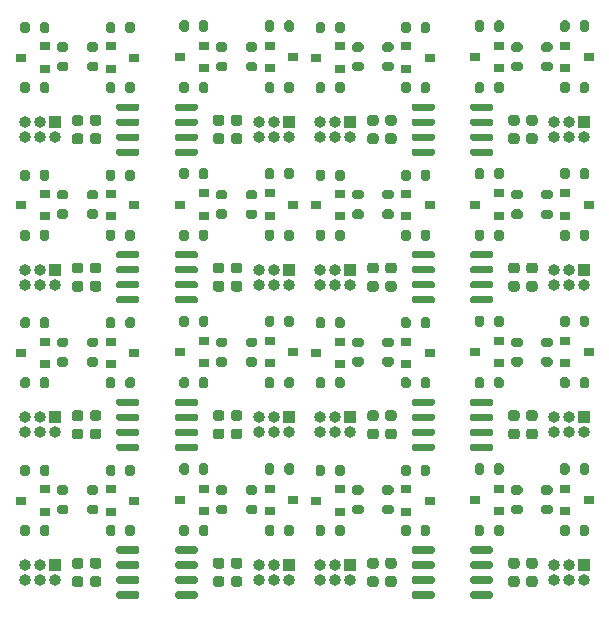
<source format=gbr>
%TF.GenerationSoftware,KiCad,Pcbnew,(5.1.10)-1*%
%TF.CreationDate,2022-01-18T20:55:32+07:00*%
%TF.ProjectId,ADuM_I2C_v3_pnlz2x4,4144754d-5f49-4324-935f-76335f706e6c,rev?*%
%TF.SameCoordinates,Original*%
%TF.FileFunction,Soldermask,Bot*%
%TF.FilePolarity,Negative*%
%FSLAX46Y46*%
G04 Gerber Fmt 4.6, Leading zero omitted, Abs format (unit mm)*
G04 Created by KiCad (PCBNEW (5.1.10)-1) date 2022-01-18 20:55:32*
%MOMM*%
%LPD*%
G01*
G04 APERTURE LIST*
%ADD10R,0.900000X0.800000*%
%ADD11R,1.000000X1.000000*%
%ADD12O,1.000000X1.000000*%
G04 APERTURE END LIST*
%TO.C,C1*%
G36*
G01*
X96328000Y-89884000D02*
X95828000Y-89884000D01*
G75*
G02*
X95603000Y-89659000I0J225000D01*
G01*
X95603000Y-89209000D01*
G75*
G02*
X95828000Y-88984000I225000J0D01*
G01*
X96328000Y-88984000D01*
G75*
G02*
X96553000Y-89209000I0J-225000D01*
G01*
X96553000Y-89659000D01*
G75*
G02*
X96328000Y-89884000I-225000J0D01*
G01*
G37*
G36*
G01*
X96328000Y-88334000D02*
X95828000Y-88334000D01*
G75*
G02*
X95603000Y-88109000I0J225000D01*
G01*
X95603000Y-87659000D01*
G75*
G02*
X95828000Y-87434000I225000J0D01*
G01*
X96328000Y-87434000D01*
G75*
G02*
X96553000Y-87659000I0J-225000D01*
G01*
X96553000Y-88109000D01*
G75*
G02*
X96328000Y-88334000I-225000J0D01*
G01*
G37*
%TD*%
%TO.C,C1*%
G36*
G01*
X71328000Y-89884000D02*
X70828000Y-89884000D01*
G75*
G02*
X70603000Y-89659000I0J225000D01*
G01*
X70603000Y-89209000D01*
G75*
G02*
X70828000Y-88984000I225000J0D01*
G01*
X71328000Y-88984000D01*
G75*
G02*
X71553000Y-89209000I0J-225000D01*
G01*
X71553000Y-89659000D01*
G75*
G02*
X71328000Y-89884000I-225000J0D01*
G01*
G37*
G36*
G01*
X71328000Y-88334000D02*
X70828000Y-88334000D01*
G75*
G02*
X70603000Y-88109000I0J225000D01*
G01*
X70603000Y-87659000D01*
G75*
G02*
X70828000Y-87434000I225000J0D01*
G01*
X71328000Y-87434000D01*
G75*
G02*
X71553000Y-87659000I0J-225000D01*
G01*
X71553000Y-88109000D01*
G75*
G02*
X71328000Y-88334000I-225000J0D01*
G01*
G37*
%TD*%
%TO.C,C1*%
G36*
G01*
X96328000Y-77384000D02*
X95828000Y-77384000D01*
G75*
G02*
X95603000Y-77159000I0J225000D01*
G01*
X95603000Y-76709000D01*
G75*
G02*
X95828000Y-76484000I225000J0D01*
G01*
X96328000Y-76484000D01*
G75*
G02*
X96553000Y-76709000I0J-225000D01*
G01*
X96553000Y-77159000D01*
G75*
G02*
X96328000Y-77384000I-225000J0D01*
G01*
G37*
G36*
G01*
X96328000Y-75834000D02*
X95828000Y-75834000D01*
G75*
G02*
X95603000Y-75609000I0J225000D01*
G01*
X95603000Y-75159000D01*
G75*
G02*
X95828000Y-74934000I225000J0D01*
G01*
X96328000Y-74934000D01*
G75*
G02*
X96553000Y-75159000I0J-225000D01*
G01*
X96553000Y-75609000D01*
G75*
G02*
X96328000Y-75834000I-225000J0D01*
G01*
G37*
%TD*%
%TO.C,C1*%
G36*
G01*
X71328000Y-77384000D02*
X70828000Y-77384000D01*
G75*
G02*
X70603000Y-77159000I0J225000D01*
G01*
X70603000Y-76709000D01*
G75*
G02*
X70828000Y-76484000I225000J0D01*
G01*
X71328000Y-76484000D01*
G75*
G02*
X71553000Y-76709000I0J-225000D01*
G01*
X71553000Y-77159000D01*
G75*
G02*
X71328000Y-77384000I-225000J0D01*
G01*
G37*
G36*
G01*
X71328000Y-75834000D02*
X70828000Y-75834000D01*
G75*
G02*
X70603000Y-75609000I0J225000D01*
G01*
X70603000Y-75159000D01*
G75*
G02*
X70828000Y-74934000I225000J0D01*
G01*
X71328000Y-74934000D01*
G75*
G02*
X71553000Y-75159000I0J-225000D01*
G01*
X71553000Y-75609000D01*
G75*
G02*
X71328000Y-75834000I-225000J0D01*
G01*
G37*
%TD*%
%TO.C,C1*%
G36*
G01*
X96328000Y-64884000D02*
X95828000Y-64884000D01*
G75*
G02*
X95603000Y-64659000I0J225000D01*
G01*
X95603000Y-64209000D01*
G75*
G02*
X95828000Y-63984000I225000J0D01*
G01*
X96328000Y-63984000D01*
G75*
G02*
X96553000Y-64209000I0J-225000D01*
G01*
X96553000Y-64659000D01*
G75*
G02*
X96328000Y-64884000I-225000J0D01*
G01*
G37*
G36*
G01*
X96328000Y-63334000D02*
X95828000Y-63334000D01*
G75*
G02*
X95603000Y-63109000I0J225000D01*
G01*
X95603000Y-62659000D01*
G75*
G02*
X95828000Y-62434000I225000J0D01*
G01*
X96328000Y-62434000D01*
G75*
G02*
X96553000Y-62659000I0J-225000D01*
G01*
X96553000Y-63109000D01*
G75*
G02*
X96328000Y-63334000I-225000J0D01*
G01*
G37*
%TD*%
%TO.C,C1*%
G36*
G01*
X71328000Y-64884000D02*
X70828000Y-64884000D01*
G75*
G02*
X70603000Y-64659000I0J225000D01*
G01*
X70603000Y-64209000D01*
G75*
G02*
X70828000Y-63984000I225000J0D01*
G01*
X71328000Y-63984000D01*
G75*
G02*
X71553000Y-64209000I0J-225000D01*
G01*
X71553000Y-64659000D01*
G75*
G02*
X71328000Y-64884000I-225000J0D01*
G01*
G37*
G36*
G01*
X71328000Y-63334000D02*
X70828000Y-63334000D01*
G75*
G02*
X70603000Y-63109000I0J225000D01*
G01*
X70603000Y-62659000D01*
G75*
G02*
X70828000Y-62434000I225000J0D01*
G01*
X71328000Y-62434000D01*
G75*
G02*
X71553000Y-62659000I0J-225000D01*
G01*
X71553000Y-63109000D01*
G75*
G02*
X71328000Y-63334000I-225000J0D01*
G01*
G37*
%TD*%
%TO.C,C1*%
G36*
G01*
X96328000Y-52384000D02*
X95828000Y-52384000D01*
G75*
G02*
X95603000Y-52159000I0J225000D01*
G01*
X95603000Y-51709000D01*
G75*
G02*
X95828000Y-51484000I225000J0D01*
G01*
X96328000Y-51484000D01*
G75*
G02*
X96553000Y-51709000I0J-225000D01*
G01*
X96553000Y-52159000D01*
G75*
G02*
X96328000Y-52384000I-225000J0D01*
G01*
G37*
G36*
G01*
X96328000Y-50834000D02*
X95828000Y-50834000D01*
G75*
G02*
X95603000Y-50609000I0J225000D01*
G01*
X95603000Y-50159000D01*
G75*
G02*
X95828000Y-49934000I225000J0D01*
G01*
X96328000Y-49934000D01*
G75*
G02*
X96553000Y-50159000I0J-225000D01*
G01*
X96553000Y-50609000D01*
G75*
G02*
X96328000Y-50834000I-225000J0D01*
G01*
G37*
%TD*%
%TO.C,C2*%
G36*
G01*
X94804000Y-89884000D02*
X94304000Y-89884000D01*
G75*
G02*
X94079000Y-89659000I0J225000D01*
G01*
X94079000Y-89209000D01*
G75*
G02*
X94304000Y-88984000I225000J0D01*
G01*
X94804000Y-88984000D01*
G75*
G02*
X95029000Y-89209000I0J-225000D01*
G01*
X95029000Y-89659000D01*
G75*
G02*
X94804000Y-89884000I-225000J0D01*
G01*
G37*
G36*
G01*
X94804000Y-88334000D02*
X94304000Y-88334000D01*
G75*
G02*
X94079000Y-88109000I0J225000D01*
G01*
X94079000Y-87659000D01*
G75*
G02*
X94304000Y-87434000I225000J0D01*
G01*
X94804000Y-87434000D01*
G75*
G02*
X95029000Y-87659000I0J-225000D01*
G01*
X95029000Y-88109000D01*
G75*
G02*
X94804000Y-88334000I-225000J0D01*
G01*
G37*
%TD*%
%TO.C,C2*%
G36*
G01*
X69804000Y-89884000D02*
X69304000Y-89884000D01*
G75*
G02*
X69079000Y-89659000I0J225000D01*
G01*
X69079000Y-89209000D01*
G75*
G02*
X69304000Y-88984000I225000J0D01*
G01*
X69804000Y-88984000D01*
G75*
G02*
X70029000Y-89209000I0J-225000D01*
G01*
X70029000Y-89659000D01*
G75*
G02*
X69804000Y-89884000I-225000J0D01*
G01*
G37*
G36*
G01*
X69804000Y-88334000D02*
X69304000Y-88334000D01*
G75*
G02*
X69079000Y-88109000I0J225000D01*
G01*
X69079000Y-87659000D01*
G75*
G02*
X69304000Y-87434000I225000J0D01*
G01*
X69804000Y-87434000D01*
G75*
G02*
X70029000Y-87659000I0J-225000D01*
G01*
X70029000Y-88109000D01*
G75*
G02*
X69804000Y-88334000I-225000J0D01*
G01*
G37*
%TD*%
%TO.C,C2*%
G36*
G01*
X94804000Y-77384000D02*
X94304000Y-77384000D01*
G75*
G02*
X94079000Y-77159000I0J225000D01*
G01*
X94079000Y-76709000D01*
G75*
G02*
X94304000Y-76484000I225000J0D01*
G01*
X94804000Y-76484000D01*
G75*
G02*
X95029000Y-76709000I0J-225000D01*
G01*
X95029000Y-77159000D01*
G75*
G02*
X94804000Y-77384000I-225000J0D01*
G01*
G37*
G36*
G01*
X94804000Y-75834000D02*
X94304000Y-75834000D01*
G75*
G02*
X94079000Y-75609000I0J225000D01*
G01*
X94079000Y-75159000D01*
G75*
G02*
X94304000Y-74934000I225000J0D01*
G01*
X94804000Y-74934000D01*
G75*
G02*
X95029000Y-75159000I0J-225000D01*
G01*
X95029000Y-75609000D01*
G75*
G02*
X94804000Y-75834000I-225000J0D01*
G01*
G37*
%TD*%
%TO.C,C2*%
G36*
G01*
X69804000Y-77384000D02*
X69304000Y-77384000D01*
G75*
G02*
X69079000Y-77159000I0J225000D01*
G01*
X69079000Y-76709000D01*
G75*
G02*
X69304000Y-76484000I225000J0D01*
G01*
X69804000Y-76484000D01*
G75*
G02*
X70029000Y-76709000I0J-225000D01*
G01*
X70029000Y-77159000D01*
G75*
G02*
X69804000Y-77384000I-225000J0D01*
G01*
G37*
G36*
G01*
X69804000Y-75834000D02*
X69304000Y-75834000D01*
G75*
G02*
X69079000Y-75609000I0J225000D01*
G01*
X69079000Y-75159000D01*
G75*
G02*
X69304000Y-74934000I225000J0D01*
G01*
X69804000Y-74934000D01*
G75*
G02*
X70029000Y-75159000I0J-225000D01*
G01*
X70029000Y-75609000D01*
G75*
G02*
X69804000Y-75834000I-225000J0D01*
G01*
G37*
%TD*%
%TO.C,C2*%
G36*
G01*
X94804000Y-64884000D02*
X94304000Y-64884000D01*
G75*
G02*
X94079000Y-64659000I0J225000D01*
G01*
X94079000Y-64209000D01*
G75*
G02*
X94304000Y-63984000I225000J0D01*
G01*
X94804000Y-63984000D01*
G75*
G02*
X95029000Y-64209000I0J-225000D01*
G01*
X95029000Y-64659000D01*
G75*
G02*
X94804000Y-64884000I-225000J0D01*
G01*
G37*
G36*
G01*
X94804000Y-63334000D02*
X94304000Y-63334000D01*
G75*
G02*
X94079000Y-63109000I0J225000D01*
G01*
X94079000Y-62659000D01*
G75*
G02*
X94304000Y-62434000I225000J0D01*
G01*
X94804000Y-62434000D01*
G75*
G02*
X95029000Y-62659000I0J-225000D01*
G01*
X95029000Y-63109000D01*
G75*
G02*
X94804000Y-63334000I-225000J0D01*
G01*
G37*
%TD*%
%TO.C,C2*%
G36*
G01*
X69804000Y-64884000D02*
X69304000Y-64884000D01*
G75*
G02*
X69079000Y-64659000I0J225000D01*
G01*
X69079000Y-64209000D01*
G75*
G02*
X69304000Y-63984000I225000J0D01*
G01*
X69804000Y-63984000D01*
G75*
G02*
X70029000Y-64209000I0J-225000D01*
G01*
X70029000Y-64659000D01*
G75*
G02*
X69804000Y-64884000I-225000J0D01*
G01*
G37*
G36*
G01*
X69804000Y-63334000D02*
X69304000Y-63334000D01*
G75*
G02*
X69079000Y-63109000I0J225000D01*
G01*
X69079000Y-62659000D01*
G75*
G02*
X69304000Y-62434000I225000J0D01*
G01*
X69804000Y-62434000D01*
G75*
G02*
X70029000Y-62659000I0J-225000D01*
G01*
X70029000Y-63109000D01*
G75*
G02*
X69804000Y-63334000I-225000J0D01*
G01*
G37*
%TD*%
%TO.C,C2*%
G36*
G01*
X94804000Y-52384000D02*
X94304000Y-52384000D01*
G75*
G02*
X94079000Y-52159000I0J225000D01*
G01*
X94079000Y-51709000D01*
G75*
G02*
X94304000Y-51484000I225000J0D01*
G01*
X94804000Y-51484000D01*
G75*
G02*
X95029000Y-51709000I0J-225000D01*
G01*
X95029000Y-52159000D01*
G75*
G02*
X94804000Y-52384000I-225000J0D01*
G01*
G37*
G36*
G01*
X94804000Y-50834000D02*
X94304000Y-50834000D01*
G75*
G02*
X94079000Y-50609000I0J225000D01*
G01*
X94079000Y-50159000D01*
G75*
G02*
X94304000Y-49934000I225000J0D01*
G01*
X94804000Y-49934000D01*
G75*
G02*
X95029000Y-50159000I0J-225000D01*
G01*
X95029000Y-50609000D01*
G75*
G02*
X94804000Y-50834000I-225000J0D01*
G01*
G37*
%TD*%
%TO.C,C4*%
G36*
G01*
X84390000Y-89884000D02*
X83890000Y-89884000D01*
G75*
G02*
X83665000Y-89659000I0J225000D01*
G01*
X83665000Y-89209000D01*
G75*
G02*
X83890000Y-88984000I225000J0D01*
G01*
X84390000Y-88984000D01*
G75*
G02*
X84615000Y-89209000I0J-225000D01*
G01*
X84615000Y-89659000D01*
G75*
G02*
X84390000Y-89884000I-225000J0D01*
G01*
G37*
G36*
G01*
X84390000Y-88334000D02*
X83890000Y-88334000D01*
G75*
G02*
X83665000Y-88109000I0J225000D01*
G01*
X83665000Y-87659000D01*
G75*
G02*
X83890000Y-87434000I225000J0D01*
G01*
X84390000Y-87434000D01*
G75*
G02*
X84615000Y-87659000I0J-225000D01*
G01*
X84615000Y-88109000D01*
G75*
G02*
X84390000Y-88334000I-225000J0D01*
G01*
G37*
%TD*%
%TO.C,C4*%
G36*
G01*
X59390000Y-89884000D02*
X58890000Y-89884000D01*
G75*
G02*
X58665000Y-89659000I0J225000D01*
G01*
X58665000Y-89209000D01*
G75*
G02*
X58890000Y-88984000I225000J0D01*
G01*
X59390000Y-88984000D01*
G75*
G02*
X59615000Y-89209000I0J-225000D01*
G01*
X59615000Y-89659000D01*
G75*
G02*
X59390000Y-89884000I-225000J0D01*
G01*
G37*
G36*
G01*
X59390000Y-88334000D02*
X58890000Y-88334000D01*
G75*
G02*
X58665000Y-88109000I0J225000D01*
G01*
X58665000Y-87659000D01*
G75*
G02*
X58890000Y-87434000I225000J0D01*
G01*
X59390000Y-87434000D01*
G75*
G02*
X59615000Y-87659000I0J-225000D01*
G01*
X59615000Y-88109000D01*
G75*
G02*
X59390000Y-88334000I-225000J0D01*
G01*
G37*
%TD*%
%TO.C,C4*%
G36*
G01*
X84390000Y-77384000D02*
X83890000Y-77384000D01*
G75*
G02*
X83665000Y-77159000I0J225000D01*
G01*
X83665000Y-76709000D01*
G75*
G02*
X83890000Y-76484000I225000J0D01*
G01*
X84390000Y-76484000D01*
G75*
G02*
X84615000Y-76709000I0J-225000D01*
G01*
X84615000Y-77159000D01*
G75*
G02*
X84390000Y-77384000I-225000J0D01*
G01*
G37*
G36*
G01*
X84390000Y-75834000D02*
X83890000Y-75834000D01*
G75*
G02*
X83665000Y-75609000I0J225000D01*
G01*
X83665000Y-75159000D01*
G75*
G02*
X83890000Y-74934000I225000J0D01*
G01*
X84390000Y-74934000D01*
G75*
G02*
X84615000Y-75159000I0J-225000D01*
G01*
X84615000Y-75609000D01*
G75*
G02*
X84390000Y-75834000I-225000J0D01*
G01*
G37*
%TD*%
%TO.C,C4*%
G36*
G01*
X59390000Y-77384000D02*
X58890000Y-77384000D01*
G75*
G02*
X58665000Y-77159000I0J225000D01*
G01*
X58665000Y-76709000D01*
G75*
G02*
X58890000Y-76484000I225000J0D01*
G01*
X59390000Y-76484000D01*
G75*
G02*
X59615000Y-76709000I0J-225000D01*
G01*
X59615000Y-77159000D01*
G75*
G02*
X59390000Y-77384000I-225000J0D01*
G01*
G37*
G36*
G01*
X59390000Y-75834000D02*
X58890000Y-75834000D01*
G75*
G02*
X58665000Y-75609000I0J225000D01*
G01*
X58665000Y-75159000D01*
G75*
G02*
X58890000Y-74934000I225000J0D01*
G01*
X59390000Y-74934000D01*
G75*
G02*
X59615000Y-75159000I0J-225000D01*
G01*
X59615000Y-75609000D01*
G75*
G02*
X59390000Y-75834000I-225000J0D01*
G01*
G37*
%TD*%
%TO.C,C4*%
G36*
G01*
X84390000Y-64884000D02*
X83890000Y-64884000D01*
G75*
G02*
X83665000Y-64659000I0J225000D01*
G01*
X83665000Y-64209000D01*
G75*
G02*
X83890000Y-63984000I225000J0D01*
G01*
X84390000Y-63984000D01*
G75*
G02*
X84615000Y-64209000I0J-225000D01*
G01*
X84615000Y-64659000D01*
G75*
G02*
X84390000Y-64884000I-225000J0D01*
G01*
G37*
G36*
G01*
X84390000Y-63334000D02*
X83890000Y-63334000D01*
G75*
G02*
X83665000Y-63109000I0J225000D01*
G01*
X83665000Y-62659000D01*
G75*
G02*
X83890000Y-62434000I225000J0D01*
G01*
X84390000Y-62434000D01*
G75*
G02*
X84615000Y-62659000I0J-225000D01*
G01*
X84615000Y-63109000D01*
G75*
G02*
X84390000Y-63334000I-225000J0D01*
G01*
G37*
%TD*%
%TO.C,C4*%
G36*
G01*
X59390000Y-64884000D02*
X58890000Y-64884000D01*
G75*
G02*
X58665000Y-64659000I0J225000D01*
G01*
X58665000Y-64209000D01*
G75*
G02*
X58890000Y-63984000I225000J0D01*
G01*
X59390000Y-63984000D01*
G75*
G02*
X59615000Y-64209000I0J-225000D01*
G01*
X59615000Y-64659000D01*
G75*
G02*
X59390000Y-64884000I-225000J0D01*
G01*
G37*
G36*
G01*
X59390000Y-63334000D02*
X58890000Y-63334000D01*
G75*
G02*
X58665000Y-63109000I0J225000D01*
G01*
X58665000Y-62659000D01*
G75*
G02*
X58890000Y-62434000I225000J0D01*
G01*
X59390000Y-62434000D01*
G75*
G02*
X59615000Y-62659000I0J-225000D01*
G01*
X59615000Y-63109000D01*
G75*
G02*
X59390000Y-63334000I-225000J0D01*
G01*
G37*
%TD*%
%TO.C,C4*%
G36*
G01*
X84390000Y-52384000D02*
X83890000Y-52384000D01*
G75*
G02*
X83665000Y-52159000I0J225000D01*
G01*
X83665000Y-51709000D01*
G75*
G02*
X83890000Y-51484000I225000J0D01*
G01*
X84390000Y-51484000D01*
G75*
G02*
X84615000Y-51709000I0J-225000D01*
G01*
X84615000Y-52159000D01*
G75*
G02*
X84390000Y-52384000I-225000J0D01*
G01*
G37*
G36*
G01*
X84390000Y-50834000D02*
X83890000Y-50834000D01*
G75*
G02*
X83665000Y-50609000I0J225000D01*
G01*
X83665000Y-50159000D01*
G75*
G02*
X83890000Y-49934000I225000J0D01*
G01*
X84390000Y-49934000D01*
G75*
G02*
X84615000Y-50159000I0J-225000D01*
G01*
X84615000Y-50609000D01*
G75*
G02*
X84390000Y-50834000I-225000J0D01*
G01*
G37*
%TD*%
%TO.C,C6*%
G36*
G01*
X82866000Y-89897000D02*
X82366000Y-89897000D01*
G75*
G02*
X82141000Y-89672000I0J225000D01*
G01*
X82141000Y-89222000D01*
G75*
G02*
X82366000Y-88997000I225000J0D01*
G01*
X82866000Y-88997000D01*
G75*
G02*
X83091000Y-89222000I0J-225000D01*
G01*
X83091000Y-89672000D01*
G75*
G02*
X82866000Y-89897000I-225000J0D01*
G01*
G37*
G36*
G01*
X82866000Y-88347000D02*
X82366000Y-88347000D01*
G75*
G02*
X82141000Y-88122000I0J225000D01*
G01*
X82141000Y-87672000D01*
G75*
G02*
X82366000Y-87447000I225000J0D01*
G01*
X82866000Y-87447000D01*
G75*
G02*
X83091000Y-87672000I0J-225000D01*
G01*
X83091000Y-88122000D01*
G75*
G02*
X82866000Y-88347000I-225000J0D01*
G01*
G37*
%TD*%
%TO.C,C6*%
G36*
G01*
X57866000Y-89897000D02*
X57366000Y-89897000D01*
G75*
G02*
X57141000Y-89672000I0J225000D01*
G01*
X57141000Y-89222000D01*
G75*
G02*
X57366000Y-88997000I225000J0D01*
G01*
X57866000Y-88997000D01*
G75*
G02*
X58091000Y-89222000I0J-225000D01*
G01*
X58091000Y-89672000D01*
G75*
G02*
X57866000Y-89897000I-225000J0D01*
G01*
G37*
G36*
G01*
X57866000Y-88347000D02*
X57366000Y-88347000D01*
G75*
G02*
X57141000Y-88122000I0J225000D01*
G01*
X57141000Y-87672000D01*
G75*
G02*
X57366000Y-87447000I225000J0D01*
G01*
X57866000Y-87447000D01*
G75*
G02*
X58091000Y-87672000I0J-225000D01*
G01*
X58091000Y-88122000D01*
G75*
G02*
X57866000Y-88347000I-225000J0D01*
G01*
G37*
%TD*%
%TO.C,C6*%
G36*
G01*
X82866000Y-77397000D02*
X82366000Y-77397000D01*
G75*
G02*
X82141000Y-77172000I0J225000D01*
G01*
X82141000Y-76722000D01*
G75*
G02*
X82366000Y-76497000I225000J0D01*
G01*
X82866000Y-76497000D01*
G75*
G02*
X83091000Y-76722000I0J-225000D01*
G01*
X83091000Y-77172000D01*
G75*
G02*
X82866000Y-77397000I-225000J0D01*
G01*
G37*
G36*
G01*
X82866000Y-75847000D02*
X82366000Y-75847000D01*
G75*
G02*
X82141000Y-75622000I0J225000D01*
G01*
X82141000Y-75172000D01*
G75*
G02*
X82366000Y-74947000I225000J0D01*
G01*
X82866000Y-74947000D01*
G75*
G02*
X83091000Y-75172000I0J-225000D01*
G01*
X83091000Y-75622000D01*
G75*
G02*
X82866000Y-75847000I-225000J0D01*
G01*
G37*
%TD*%
%TO.C,C6*%
G36*
G01*
X57866000Y-77397000D02*
X57366000Y-77397000D01*
G75*
G02*
X57141000Y-77172000I0J225000D01*
G01*
X57141000Y-76722000D01*
G75*
G02*
X57366000Y-76497000I225000J0D01*
G01*
X57866000Y-76497000D01*
G75*
G02*
X58091000Y-76722000I0J-225000D01*
G01*
X58091000Y-77172000D01*
G75*
G02*
X57866000Y-77397000I-225000J0D01*
G01*
G37*
G36*
G01*
X57866000Y-75847000D02*
X57366000Y-75847000D01*
G75*
G02*
X57141000Y-75622000I0J225000D01*
G01*
X57141000Y-75172000D01*
G75*
G02*
X57366000Y-74947000I225000J0D01*
G01*
X57866000Y-74947000D01*
G75*
G02*
X58091000Y-75172000I0J-225000D01*
G01*
X58091000Y-75622000D01*
G75*
G02*
X57866000Y-75847000I-225000J0D01*
G01*
G37*
%TD*%
%TO.C,C6*%
G36*
G01*
X82866000Y-64897000D02*
X82366000Y-64897000D01*
G75*
G02*
X82141000Y-64672000I0J225000D01*
G01*
X82141000Y-64222000D01*
G75*
G02*
X82366000Y-63997000I225000J0D01*
G01*
X82866000Y-63997000D01*
G75*
G02*
X83091000Y-64222000I0J-225000D01*
G01*
X83091000Y-64672000D01*
G75*
G02*
X82866000Y-64897000I-225000J0D01*
G01*
G37*
G36*
G01*
X82866000Y-63347000D02*
X82366000Y-63347000D01*
G75*
G02*
X82141000Y-63122000I0J225000D01*
G01*
X82141000Y-62672000D01*
G75*
G02*
X82366000Y-62447000I225000J0D01*
G01*
X82866000Y-62447000D01*
G75*
G02*
X83091000Y-62672000I0J-225000D01*
G01*
X83091000Y-63122000D01*
G75*
G02*
X82866000Y-63347000I-225000J0D01*
G01*
G37*
%TD*%
%TO.C,C6*%
G36*
G01*
X57866000Y-64897000D02*
X57366000Y-64897000D01*
G75*
G02*
X57141000Y-64672000I0J225000D01*
G01*
X57141000Y-64222000D01*
G75*
G02*
X57366000Y-63997000I225000J0D01*
G01*
X57866000Y-63997000D01*
G75*
G02*
X58091000Y-64222000I0J-225000D01*
G01*
X58091000Y-64672000D01*
G75*
G02*
X57866000Y-64897000I-225000J0D01*
G01*
G37*
G36*
G01*
X57866000Y-63347000D02*
X57366000Y-63347000D01*
G75*
G02*
X57141000Y-63122000I0J225000D01*
G01*
X57141000Y-62672000D01*
G75*
G02*
X57366000Y-62447000I225000J0D01*
G01*
X57866000Y-62447000D01*
G75*
G02*
X58091000Y-62672000I0J-225000D01*
G01*
X58091000Y-63122000D01*
G75*
G02*
X57866000Y-63347000I-225000J0D01*
G01*
G37*
%TD*%
%TO.C,C6*%
G36*
G01*
X82866000Y-52397000D02*
X82366000Y-52397000D01*
G75*
G02*
X82141000Y-52172000I0J225000D01*
G01*
X82141000Y-51722000D01*
G75*
G02*
X82366000Y-51497000I225000J0D01*
G01*
X82866000Y-51497000D01*
G75*
G02*
X83091000Y-51722000I0J-225000D01*
G01*
X83091000Y-52172000D01*
G75*
G02*
X82866000Y-52397000I-225000J0D01*
G01*
G37*
G36*
G01*
X82866000Y-50847000D02*
X82366000Y-50847000D01*
G75*
G02*
X82141000Y-50622000I0J225000D01*
G01*
X82141000Y-50172000D01*
G75*
G02*
X82366000Y-49947000I225000J0D01*
G01*
X82866000Y-49947000D01*
G75*
G02*
X83091000Y-50172000I0J-225000D01*
G01*
X83091000Y-50622000D01*
G75*
G02*
X82866000Y-50847000I-225000J0D01*
G01*
G37*
%TD*%
D10*
%TO.C,Q1*%
X93284000Y-81565000D03*
X93284000Y-83465000D03*
X91284000Y-82515000D03*
%TD*%
%TO.C,Q1*%
X68284000Y-81565000D03*
X68284000Y-83465000D03*
X66284000Y-82515000D03*
%TD*%
%TO.C,Q1*%
X93284000Y-69065000D03*
X93284000Y-70965000D03*
X91284000Y-70015000D03*
%TD*%
%TO.C,Q1*%
X68284000Y-69065000D03*
X68284000Y-70965000D03*
X66284000Y-70015000D03*
%TD*%
%TO.C,Q1*%
X93284000Y-56565000D03*
X93284000Y-58465000D03*
X91284000Y-57515000D03*
%TD*%
%TO.C,Q1*%
X68284000Y-56565000D03*
X68284000Y-58465000D03*
X66284000Y-57515000D03*
%TD*%
%TO.C,Q1*%
X93284000Y-44065000D03*
X93284000Y-45965000D03*
X91284000Y-45015000D03*
%TD*%
%TO.C,Q4*%
X98872000Y-83465000D03*
X98872000Y-81565000D03*
X100872000Y-82515000D03*
%TD*%
%TO.C,Q4*%
X73872000Y-83465000D03*
X73872000Y-81565000D03*
X75872000Y-82515000D03*
%TD*%
%TO.C,Q4*%
X98872000Y-70965000D03*
X98872000Y-69065000D03*
X100872000Y-70015000D03*
%TD*%
%TO.C,Q4*%
X73872000Y-70965000D03*
X73872000Y-69065000D03*
X75872000Y-70015000D03*
%TD*%
%TO.C,Q4*%
X98872000Y-58465000D03*
X98872000Y-56565000D03*
X100872000Y-57515000D03*
%TD*%
%TO.C,Q4*%
X73872000Y-58465000D03*
X73872000Y-56565000D03*
X75872000Y-57515000D03*
%TD*%
%TO.C,Q4*%
X98872000Y-45965000D03*
X98872000Y-44065000D03*
X100872000Y-45015000D03*
%TD*%
%TO.C,Q6*%
X85410000Y-83526000D03*
X85410000Y-81626000D03*
X87410000Y-82576000D03*
%TD*%
%TO.C,Q6*%
X60410000Y-83526000D03*
X60410000Y-81626000D03*
X62410000Y-82576000D03*
%TD*%
%TO.C,Q6*%
X85410000Y-71026000D03*
X85410000Y-69126000D03*
X87410000Y-70076000D03*
%TD*%
%TO.C,Q6*%
X60410000Y-71026000D03*
X60410000Y-69126000D03*
X62410000Y-70076000D03*
%TD*%
%TO.C,Q6*%
X85410000Y-58526000D03*
X85410000Y-56626000D03*
X87410000Y-57576000D03*
%TD*%
%TO.C,Q6*%
X60410000Y-58526000D03*
X60410000Y-56626000D03*
X62410000Y-57576000D03*
%TD*%
%TO.C,Q6*%
X85410000Y-46026000D03*
X85410000Y-44126000D03*
X87410000Y-45076000D03*
%TD*%
%TO.C,Q8*%
X79822000Y-81626000D03*
X79822000Y-83526000D03*
X77822000Y-82576000D03*
%TD*%
%TO.C,Q8*%
X54822000Y-81626000D03*
X54822000Y-83526000D03*
X52822000Y-82576000D03*
%TD*%
%TO.C,Q8*%
X79822000Y-69126000D03*
X79822000Y-71026000D03*
X77822000Y-70076000D03*
%TD*%
%TO.C,Q8*%
X54822000Y-69126000D03*
X54822000Y-71026000D03*
X52822000Y-70076000D03*
%TD*%
%TO.C,Q8*%
X79822000Y-56626000D03*
X79822000Y-58526000D03*
X77822000Y-57576000D03*
%TD*%
%TO.C,Q8*%
X54822000Y-56626000D03*
X54822000Y-58526000D03*
X52822000Y-57576000D03*
%TD*%
%TO.C,Q8*%
X79822000Y-44126000D03*
X79822000Y-46026000D03*
X77822000Y-45076000D03*
%TD*%
%TO.C,R1*%
G36*
G01*
X91234000Y-80184000D02*
X91234000Y-79634000D01*
G75*
G02*
X91434000Y-79434000I200000J0D01*
G01*
X91834000Y-79434000D01*
G75*
G02*
X92034000Y-79634000I0J-200000D01*
G01*
X92034000Y-80184000D01*
G75*
G02*
X91834000Y-80384000I-200000J0D01*
G01*
X91434000Y-80384000D01*
G75*
G02*
X91234000Y-80184000I0J200000D01*
G01*
G37*
G36*
G01*
X92884000Y-80184000D02*
X92884000Y-79634000D01*
G75*
G02*
X93084000Y-79434000I200000J0D01*
G01*
X93484000Y-79434000D01*
G75*
G02*
X93684000Y-79634000I0J-200000D01*
G01*
X93684000Y-80184000D01*
G75*
G02*
X93484000Y-80384000I-200000J0D01*
G01*
X93084000Y-80384000D01*
G75*
G02*
X92884000Y-80184000I0J200000D01*
G01*
G37*
%TD*%
%TO.C,R1*%
G36*
G01*
X66234000Y-80184000D02*
X66234000Y-79634000D01*
G75*
G02*
X66434000Y-79434000I200000J0D01*
G01*
X66834000Y-79434000D01*
G75*
G02*
X67034000Y-79634000I0J-200000D01*
G01*
X67034000Y-80184000D01*
G75*
G02*
X66834000Y-80384000I-200000J0D01*
G01*
X66434000Y-80384000D01*
G75*
G02*
X66234000Y-80184000I0J200000D01*
G01*
G37*
G36*
G01*
X67884000Y-80184000D02*
X67884000Y-79634000D01*
G75*
G02*
X68084000Y-79434000I200000J0D01*
G01*
X68484000Y-79434000D01*
G75*
G02*
X68684000Y-79634000I0J-200000D01*
G01*
X68684000Y-80184000D01*
G75*
G02*
X68484000Y-80384000I-200000J0D01*
G01*
X68084000Y-80384000D01*
G75*
G02*
X67884000Y-80184000I0J200000D01*
G01*
G37*
%TD*%
%TO.C,R1*%
G36*
G01*
X91234000Y-67684000D02*
X91234000Y-67134000D01*
G75*
G02*
X91434000Y-66934000I200000J0D01*
G01*
X91834000Y-66934000D01*
G75*
G02*
X92034000Y-67134000I0J-200000D01*
G01*
X92034000Y-67684000D01*
G75*
G02*
X91834000Y-67884000I-200000J0D01*
G01*
X91434000Y-67884000D01*
G75*
G02*
X91234000Y-67684000I0J200000D01*
G01*
G37*
G36*
G01*
X92884000Y-67684000D02*
X92884000Y-67134000D01*
G75*
G02*
X93084000Y-66934000I200000J0D01*
G01*
X93484000Y-66934000D01*
G75*
G02*
X93684000Y-67134000I0J-200000D01*
G01*
X93684000Y-67684000D01*
G75*
G02*
X93484000Y-67884000I-200000J0D01*
G01*
X93084000Y-67884000D01*
G75*
G02*
X92884000Y-67684000I0J200000D01*
G01*
G37*
%TD*%
%TO.C,R1*%
G36*
G01*
X66234000Y-67684000D02*
X66234000Y-67134000D01*
G75*
G02*
X66434000Y-66934000I200000J0D01*
G01*
X66834000Y-66934000D01*
G75*
G02*
X67034000Y-67134000I0J-200000D01*
G01*
X67034000Y-67684000D01*
G75*
G02*
X66834000Y-67884000I-200000J0D01*
G01*
X66434000Y-67884000D01*
G75*
G02*
X66234000Y-67684000I0J200000D01*
G01*
G37*
G36*
G01*
X67884000Y-67684000D02*
X67884000Y-67134000D01*
G75*
G02*
X68084000Y-66934000I200000J0D01*
G01*
X68484000Y-66934000D01*
G75*
G02*
X68684000Y-67134000I0J-200000D01*
G01*
X68684000Y-67684000D01*
G75*
G02*
X68484000Y-67884000I-200000J0D01*
G01*
X68084000Y-67884000D01*
G75*
G02*
X67884000Y-67684000I0J200000D01*
G01*
G37*
%TD*%
%TO.C,R1*%
G36*
G01*
X91234000Y-55184000D02*
X91234000Y-54634000D01*
G75*
G02*
X91434000Y-54434000I200000J0D01*
G01*
X91834000Y-54434000D01*
G75*
G02*
X92034000Y-54634000I0J-200000D01*
G01*
X92034000Y-55184000D01*
G75*
G02*
X91834000Y-55384000I-200000J0D01*
G01*
X91434000Y-55384000D01*
G75*
G02*
X91234000Y-55184000I0J200000D01*
G01*
G37*
G36*
G01*
X92884000Y-55184000D02*
X92884000Y-54634000D01*
G75*
G02*
X93084000Y-54434000I200000J0D01*
G01*
X93484000Y-54434000D01*
G75*
G02*
X93684000Y-54634000I0J-200000D01*
G01*
X93684000Y-55184000D01*
G75*
G02*
X93484000Y-55384000I-200000J0D01*
G01*
X93084000Y-55384000D01*
G75*
G02*
X92884000Y-55184000I0J200000D01*
G01*
G37*
%TD*%
%TO.C,R1*%
G36*
G01*
X66234000Y-55184000D02*
X66234000Y-54634000D01*
G75*
G02*
X66434000Y-54434000I200000J0D01*
G01*
X66834000Y-54434000D01*
G75*
G02*
X67034000Y-54634000I0J-200000D01*
G01*
X67034000Y-55184000D01*
G75*
G02*
X66834000Y-55384000I-200000J0D01*
G01*
X66434000Y-55384000D01*
G75*
G02*
X66234000Y-55184000I0J200000D01*
G01*
G37*
G36*
G01*
X67884000Y-55184000D02*
X67884000Y-54634000D01*
G75*
G02*
X68084000Y-54434000I200000J0D01*
G01*
X68484000Y-54434000D01*
G75*
G02*
X68684000Y-54634000I0J-200000D01*
G01*
X68684000Y-55184000D01*
G75*
G02*
X68484000Y-55384000I-200000J0D01*
G01*
X68084000Y-55384000D01*
G75*
G02*
X67884000Y-55184000I0J200000D01*
G01*
G37*
%TD*%
%TO.C,R1*%
G36*
G01*
X91234000Y-42684000D02*
X91234000Y-42134000D01*
G75*
G02*
X91434000Y-41934000I200000J0D01*
G01*
X91834000Y-41934000D01*
G75*
G02*
X92034000Y-42134000I0J-200000D01*
G01*
X92034000Y-42684000D01*
G75*
G02*
X91834000Y-42884000I-200000J0D01*
G01*
X91434000Y-42884000D01*
G75*
G02*
X91234000Y-42684000I0J200000D01*
G01*
G37*
G36*
G01*
X92884000Y-42684000D02*
X92884000Y-42134000D01*
G75*
G02*
X93084000Y-41934000I200000J0D01*
G01*
X93484000Y-41934000D01*
G75*
G02*
X93684000Y-42134000I0J-200000D01*
G01*
X93684000Y-42684000D01*
G75*
G02*
X93484000Y-42884000I-200000J0D01*
G01*
X93084000Y-42884000D01*
G75*
G02*
X92884000Y-42684000I0J200000D01*
G01*
G37*
%TD*%
%TO.C,R8*%
G36*
G01*
X98473000Y-80184000D02*
X98473000Y-79634000D01*
G75*
G02*
X98673000Y-79434000I200000J0D01*
G01*
X99073000Y-79434000D01*
G75*
G02*
X99273000Y-79634000I0J-200000D01*
G01*
X99273000Y-80184000D01*
G75*
G02*
X99073000Y-80384000I-200000J0D01*
G01*
X98673000Y-80384000D01*
G75*
G02*
X98473000Y-80184000I0J200000D01*
G01*
G37*
G36*
G01*
X100123000Y-80184000D02*
X100123000Y-79634000D01*
G75*
G02*
X100323000Y-79434000I200000J0D01*
G01*
X100723000Y-79434000D01*
G75*
G02*
X100923000Y-79634000I0J-200000D01*
G01*
X100923000Y-80184000D01*
G75*
G02*
X100723000Y-80384000I-200000J0D01*
G01*
X100323000Y-80384000D01*
G75*
G02*
X100123000Y-80184000I0J200000D01*
G01*
G37*
%TD*%
%TO.C,R8*%
G36*
G01*
X73473000Y-80184000D02*
X73473000Y-79634000D01*
G75*
G02*
X73673000Y-79434000I200000J0D01*
G01*
X74073000Y-79434000D01*
G75*
G02*
X74273000Y-79634000I0J-200000D01*
G01*
X74273000Y-80184000D01*
G75*
G02*
X74073000Y-80384000I-200000J0D01*
G01*
X73673000Y-80384000D01*
G75*
G02*
X73473000Y-80184000I0J200000D01*
G01*
G37*
G36*
G01*
X75123000Y-80184000D02*
X75123000Y-79634000D01*
G75*
G02*
X75323000Y-79434000I200000J0D01*
G01*
X75723000Y-79434000D01*
G75*
G02*
X75923000Y-79634000I0J-200000D01*
G01*
X75923000Y-80184000D01*
G75*
G02*
X75723000Y-80384000I-200000J0D01*
G01*
X75323000Y-80384000D01*
G75*
G02*
X75123000Y-80184000I0J200000D01*
G01*
G37*
%TD*%
%TO.C,R8*%
G36*
G01*
X98473000Y-67684000D02*
X98473000Y-67134000D01*
G75*
G02*
X98673000Y-66934000I200000J0D01*
G01*
X99073000Y-66934000D01*
G75*
G02*
X99273000Y-67134000I0J-200000D01*
G01*
X99273000Y-67684000D01*
G75*
G02*
X99073000Y-67884000I-200000J0D01*
G01*
X98673000Y-67884000D01*
G75*
G02*
X98473000Y-67684000I0J200000D01*
G01*
G37*
G36*
G01*
X100123000Y-67684000D02*
X100123000Y-67134000D01*
G75*
G02*
X100323000Y-66934000I200000J0D01*
G01*
X100723000Y-66934000D01*
G75*
G02*
X100923000Y-67134000I0J-200000D01*
G01*
X100923000Y-67684000D01*
G75*
G02*
X100723000Y-67884000I-200000J0D01*
G01*
X100323000Y-67884000D01*
G75*
G02*
X100123000Y-67684000I0J200000D01*
G01*
G37*
%TD*%
%TO.C,R8*%
G36*
G01*
X73473000Y-67684000D02*
X73473000Y-67134000D01*
G75*
G02*
X73673000Y-66934000I200000J0D01*
G01*
X74073000Y-66934000D01*
G75*
G02*
X74273000Y-67134000I0J-200000D01*
G01*
X74273000Y-67684000D01*
G75*
G02*
X74073000Y-67884000I-200000J0D01*
G01*
X73673000Y-67884000D01*
G75*
G02*
X73473000Y-67684000I0J200000D01*
G01*
G37*
G36*
G01*
X75123000Y-67684000D02*
X75123000Y-67134000D01*
G75*
G02*
X75323000Y-66934000I200000J0D01*
G01*
X75723000Y-66934000D01*
G75*
G02*
X75923000Y-67134000I0J-200000D01*
G01*
X75923000Y-67684000D01*
G75*
G02*
X75723000Y-67884000I-200000J0D01*
G01*
X75323000Y-67884000D01*
G75*
G02*
X75123000Y-67684000I0J200000D01*
G01*
G37*
%TD*%
%TO.C,R8*%
G36*
G01*
X98473000Y-55184000D02*
X98473000Y-54634000D01*
G75*
G02*
X98673000Y-54434000I200000J0D01*
G01*
X99073000Y-54434000D01*
G75*
G02*
X99273000Y-54634000I0J-200000D01*
G01*
X99273000Y-55184000D01*
G75*
G02*
X99073000Y-55384000I-200000J0D01*
G01*
X98673000Y-55384000D01*
G75*
G02*
X98473000Y-55184000I0J200000D01*
G01*
G37*
G36*
G01*
X100123000Y-55184000D02*
X100123000Y-54634000D01*
G75*
G02*
X100323000Y-54434000I200000J0D01*
G01*
X100723000Y-54434000D01*
G75*
G02*
X100923000Y-54634000I0J-200000D01*
G01*
X100923000Y-55184000D01*
G75*
G02*
X100723000Y-55384000I-200000J0D01*
G01*
X100323000Y-55384000D01*
G75*
G02*
X100123000Y-55184000I0J200000D01*
G01*
G37*
%TD*%
%TO.C,R8*%
G36*
G01*
X73473000Y-55184000D02*
X73473000Y-54634000D01*
G75*
G02*
X73673000Y-54434000I200000J0D01*
G01*
X74073000Y-54434000D01*
G75*
G02*
X74273000Y-54634000I0J-200000D01*
G01*
X74273000Y-55184000D01*
G75*
G02*
X74073000Y-55384000I-200000J0D01*
G01*
X73673000Y-55384000D01*
G75*
G02*
X73473000Y-55184000I0J200000D01*
G01*
G37*
G36*
G01*
X75123000Y-55184000D02*
X75123000Y-54634000D01*
G75*
G02*
X75323000Y-54434000I200000J0D01*
G01*
X75723000Y-54434000D01*
G75*
G02*
X75923000Y-54634000I0J-200000D01*
G01*
X75923000Y-55184000D01*
G75*
G02*
X75723000Y-55384000I-200000J0D01*
G01*
X75323000Y-55384000D01*
G75*
G02*
X75123000Y-55184000I0J200000D01*
G01*
G37*
%TD*%
%TO.C,R8*%
G36*
G01*
X98473000Y-42684000D02*
X98473000Y-42134000D01*
G75*
G02*
X98673000Y-41934000I200000J0D01*
G01*
X99073000Y-41934000D01*
G75*
G02*
X99273000Y-42134000I0J-200000D01*
G01*
X99273000Y-42684000D01*
G75*
G02*
X99073000Y-42884000I-200000J0D01*
G01*
X98673000Y-42884000D01*
G75*
G02*
X98473000Y-42684000I0J200000D01*
G01*
G37*
G36*
G01*
X100123000Y-42684000D02*
X100123000Y-42134000D01*
G75*
G02*
X100323000Y-41934000I200000J0D01*
G01*
X100723000Y-41934000D01*
G75*
G02*
X100923000Y-42134000I0J-200000D01*
G01*
X100923000Y-42684000D01*
G75*
G02*
X100723000Y-42884000I-200000J0D01*
G01*
X100323000Y-42884000D01*
G75*
G02*
X100123000Y-42684000I0J200000D01*
G01*
G37*
%TD*%
%TO.C,R9*%
G36*
G01*
X94533000Y-81287000D02*
X95083000Y-81287000D01*
G75*
G02*
X95283000Y-81487000I0J-200000D01*
G01*
X95283000Y-81887000D01*
G75*
G02*
X95083000Y-82087000I-200000J0D01*
G01*
X94533000Y-82087000D01*
G75*
G02*
X94333000Y-81887000I0J200000D01*
G01*
X94333000Y-81487000D01*
G75*
G02*
X94533000Y-81287000I200000J0D01*
G01*
G37*
G36*
G01*
X94533000Y-82937000D02*
X95083000Y-82937000D01*
G75*
G02*
X95283000Y-83137000I0J-200000D01*
G01*
X95283000Y-83537000D01*
G75*
G02*
X95083000Y-83737000I-200000J0D01*
G01*
X94533000Y-83737000D01*
G75*
G02*
X94333000Y-83537000I0J200000D01*
G01*
X94333000Y-83137000D01*
G75*
G02*
X94533000Y-82937000I200000J0D01*
G01*
G37*
%TD*%
%TO.C,R9*%
G36*
G01*
X69533000Y-81287000D02*
X70083000Y-81287000D01*
G75*
G02*
X70283000Y-81487000I0J-200000D01*
G01*
X70283000Y-81887000D01*
G75*
G02*
X70083000Y-82087000I-200000J0D01*
G01*
X69533000Y-82087000D01*
G75*
G02*
X69333000Y-81887000I0J200000D01*
G01*
X69333000Y-81487000D01*
G75*
G02*
X69533000Y-81287000I200000J0D01*
G01*
G37*
G36*
G01*
X69533000Y-82937000D02*
X70083000Y-82937000D01*
G75*
G02*
X70283000Y-83137000I0J-200000D01*
G01*
X70283000Y-83537000D01*
G75*
G02*
X70083000Y-83737000I-200000J0D01*
G01*
X69533000Y-83737000D01*
G75*
G02*
X69333000Y-83537000I0J200000D01*
G01*
X69333000Y-83137000D01*
G75*
G02*
X69533000Y-82937000I200000J0D01*
G01*
G37*
%TD*%
%TO.C,R9*%
G36*
G01*
X94533000Y-68787000D02*
X95083000Y-68787000D01*
G75*
G02*
X95283000Y-68987000I0J-200000D01*
G01*
X95283000Y-69387000D01*
G75*
G02*
X95083000Y-69587000I-200000J0D01*
G01*
X94533000Y-69587000D01*
G75*
G02*
X94333000Y-69387000I0J200000D01*
G01*
X94333000Y-68987000D01*
G75*
G02*
X94533000Y-68787000I200000J0D01*
G01*
G37*
G36*
G01*
X94533000Y-70437000D02*
X95083000Y-70437000D01*
G75*
G02*
X95283000Y-70637000I0J-200000D01*
G01*
X95283000Y-71037000D01*
G75*
G02*
X95083000Y-71237000I-200000J0D01*
G01*
X94533000Y-71237000D01*
G75*
G02*
X94333000Y-71037000I0J200000D01*
G01*
X94333000Y-70637000D01*
G75*
G02*
X94533000Y-70437000I200000J0D01*
G01*
G37*
%TD*%
%TO.C,R9*%
G36*
G01*
X69533000Y-68787000D02*
X70083000Y-68787000D01*
G75*
G02*
X70283000Y-68987000I0J-200000D01*
G01*
X70283000Y-69387000D01*
G75*
G02*
X70083000Y-69587000I-200000J0D01*
G01*
X69533000Y-69587000D01*
G75*
G02*
X69333000Y-69387000I0J200000D01*
G01*
X69333000Y-68987000D01*
G75*
G02*
X69533000Y-68787000I200000J0D01*
G01*
G37*
G36*
G01*
X69533000Y-70437000D02*
X70083000Y-70437000D01*
G75*
G02*
X70283000Y-70637000I0J-200000D01*
G01*
X70283000Y-71037000D01*
G75*
G02*
X70083000Y-71237000I-200000J0D01*
G01*
X69533000Y-71237000D01*
G75*
G02*
X69333000Y-71037000I0J200000D01*
G01*
X69333000Y-70637000D01*
G75*
G02*
X69533000Y-70437000I200000J0D01*
G01*
G37*
%TD*%
%TO.C,R9*%
G36*
G01*
X94533000Y-56287000D02*
X95083000Y-56287000D01*
G75*
G02*
X95283000Y-56487000I0J-200000D01*
G01*
X95283000Y-56887000D01*
G75*
G02*
X95083000Y-57087000I-200000J0D01*
G01*
X94533000Y-57087000D01*
G75*
G02*
X94333000Y-56887000I0J200000D01*
G01*
X94333000Y-56487000D01*
G75*
G02*
X94533000Y-56287000I200000J0D01*
G01*
G37*
G36*
G01*
X94533000Y-57937000D02*
X95083000Y-57937000D01*
G75*
G02*
X95283000Y-58137000I0J-200000D01*
G01*
X95283000Y-58537000D01*
G75*
G02*
X95083000Y-58737000I-200000J0D01*
G01*
X94533000Y-58737000D01*
G75*
G02*
X94333000Y-58537000I0J200000D01*
G01*
X94333000Y-58137000D01*
G75*
G02*
X94533000Y-57937000I200000J0D01*
G01*
G37*
%TD*%
%TO.C,R9*%
G36*
G01*
X69533000Y-56287000D02*
X70083000Y-56287000D01*
G75*
G02*
X70283000Y-56487000I0J-200000D01*
G01*
X70283000Y-56887000D01*
G75*
G02*
X70083000Y-57087000I-200000J0D01*
G01*
X69533000Y-57087000D01*
G75*
G02*
X69333000Y-56887000I0J200000D01*
G01*
X69333000Y-56487000D01*
G75*
G02*
X69533000Y-56287000I200000J0D01*
G01*
G37*
G36*
G01*
X69533000Y-57937000D02*
X70083000Y-57937000D01*
G75*
G02*
X70283000Y-58137000I0J-200000D01*
G01*
X70283000Y-58537000D01*
G75*
G02*
X70083000Y-58737000I-200000J0D01*
G01*
X69533000Y-58737000D01*
G75*
G02*
X69333000Y-58537000I0J200000D01*
G01*
X69333000Y-58137000D01*
G75*
G02*
X69533000Y-57937000I200000J0D01*
G01*
G37*
%TD*%
%TO.C,R9*%
G36*
G01*
X94533000Y-43787000D02*
X95083000Y-43787000D01*
G75*
G02*
X95283000Y-43987000I0J-200000D01*
G01*
X95283000Y-44387000D01*
G75*
G02*
X95083000Y-44587000I-200000J0D01*
G01*
X94533000Y-44587000D01*
G75*
G02*
X94333000Y-44387000I0J200000D01*
G01*
X94333000Y-43987000D01*
G75*
G02*
X94533000Y-43787000I200000J0D01*
G01*
G37*
G36*
G01*
X94533000Y-45437000D02*
X95083000Y-45437000D01*
G75*
G02*
X95283000Y-45637000I0J-200000D01*
G01*
X95283000Y-46037000D01*
G75*
G02*
X95083000Y-46237000I-200000J0D01*
G01*
X94533000Y-46237000D01*
G75*
G02*
X94333000Y-46037000I0J200000D01*
G01*
X94333000Y-45637000D01*
G75*
G02*
X94533000Y-45437000I200000J0D01*
G01*
G37*
%TD*%
%TO.C,R12*%
G36*
G01*
X97623000Y-83738000D02*
X97073000Y-83738000D01*
G75*
G02*
X96873000Y-83538000I0J200000D01*
G01*
X96873000Y-83138000D01*
G75*
G02*
X97073000Y-82938000I200000J0D01*
G01*
X97623000Y-82938000D01*
G75*
G02*
X97823000Y-83138000I0J-200000D01*
G01*
X97823000Y-83538000D01*
G75*
G02*
X97623000Y-83738000I-200000J0D01*
G01*
G37*
G36*
G01*
X97623000Y-82088000D02*
X97073000Y-82088000D01*
G75*
G02*
X96873000Y-81888000I0J200000D01*
G01*
X96873000Y-81488000D01*
G75*
G02*
X97073000Y-81288000I200000J0D01*
G01*
X97623000Y-81288000D01*
G75*
G02*
X97823000Y-81488000I0J-200000D01*
G01*
X97823000Y-81888000D01*
G75*
G02*
X97623000Y-82088000I-200000J0D01*
G01*
G37*
%TD*%
%TO.C,R12*%
G36*
G01*
X72623000Y-83738000D02*
X72073000Y-83738000D01*
G75*
G02*
X71873000Y-83538000I0J200000D01*
G01*
X71873000Y-83138000D01*
G75*
G02*
X72073000Y-82938000I200000J0D01*
G01*
X72623000Y-82938000D01*
G75*
G02*
X72823000Y-83138000I0J-200000D01*
G01*
X72823000Y-83538000D01*
G75*
G02*
X72623000Y-83738000I-200000J0D01*
G01*
G37*
G36*
G01*
X72623000Y-82088000D02*
X72073000Y-82088000D01*
G75*
G02*
X71873000Y-81888000I0J200000D01*
G01*
X71873000Y-81488000D01*
G75*
G02*
X72073000Y-81288000I200000J0D01*
G01*
X72623000Y-81288000D01*
G75*
G02*
X72823000Y-81488000I0J-200000D01*
G01*
X72823000Y-81888000D01*
G75*
G02*
X72623000Y-82088000I-200000J0D01*
G01*
G37*
%TD*%
%TO.C,R12*%
G36*
G01*
X97623000Y-71238000D02*
X97073000Y-71238000D01*
G75*
G02*
X96873000Y-71038000I0J200000D01*
G01*
X96873000Y-70638000D01*
G75*
G02*
X97073000Y-70438000I200000J0D01*
G01*
X97623000Y-70438000D01*
G75*
G02*
X97823000Y-70638000I0J-200000D01*
G01*
X97823000Y-71038000D01*
G75*
G02*
X97623000Y-71238000I-200000J0D01*
G01*
G37*
G36*
G01*
X97623000Y-69588000D02*
X97073000Y-69588000D01*
G75*
G02*
X96873000Y-69388000I0J200000D01*
G01*
X96873000Y-68988000D01*
G75*
G02*
X97073000Y-68788000I200000J0D01*
G01*
X97623000Y-68788000D01*
G75*
G02*
X97823000Y-68988000I0J-200000D01*
G01*
X97823000Y-69388000D01*
G75*
G02*
X97623000Y-69588000I-200000J0D01*
G01*
G37*
%TD*%
%TO.C,R12*%
G36*
G01*
X72623000Y-71238000D02*
X72073000Y-71238000D01*
G75*
G02*
X71873000Y-71038000I0J200000D01*
G01*
X71873000Y-70638000D01*
G75*
G02*
X72073000Y-70438000I200000J0D01*
G01*
X72623000Y-70438000D01*
G75*
G02*
X72823000Y-70638000I0J-200000D01*
G01*
X72823000Y-71038000D01*
G75*
G02*
X72623000Y-71238000I-200000J0D01*
G01*
G37*
G36*
G01*
X72623000Y-69588000D02*
X72073000Y-69588000D01*
G75*
G02*
X71873000Y-69388000I0J200000D01*
G01*
X71873000Y-68988000D01*
G75*
G02*
X72073000Y-68788000I200000J0D01*
G01*
X72623000Y-68788000D01*
G75*
G02*
X72823000Y-68988000I0J-200000D01*
G01*
X72823000Y-69388000D01*
G75*
G02*
X72623000Y-69588000I-200000J0D01*
G01*
G37*
%TD*%
%TO.C,R12*%
G36*
G01*
X97623000Y-58738000D02*
X97073000Y-58738000D01*
G75*
G02*
X96873000Y-58538000I0J200000D01*
G01*
X96873000Y-58138000D01*
G75*
G02*
X97073000Y-57938000I200000J0D01*
G01*
X97623000Y-57938000D01*
G75*
G02*
X97823000Y-58138000I0J-200000D01*
G01*
X97823000Y-58538000D01*
G75*
G02*
X97623000Y-58738000I-200000J0D01*
G01*
G37*
G36*
G01*
X97623000Y-57088000D02*
X97073000Y-57088000D01*
G75*
G02*
X96873000Y-56888000I0J200000D01*
G01*
X96873000Y-56488000D01*
G75*
G02*
X97073000Y-56288000I200000J0D01*
G01*
X97623000Y-56288000D01*
G75*
G02*
X97823000Y-56488000I0J-200000D01*
G01*
X97823000Y-56888000D01*
G75*
G02*
X97623000Y-57088000I-200000J0D01*
G01*
G37*
%TD*%
%TO.C,R12*%
G36*
G01*
X72623000Y-58738000D02*
X72073000Y-58738000D01*
G75*
G02*
X71873000Y-58538000I0J200000D01*
G01*
X71873000Y-58138000D01*
G75*
G02*
X72073000Y-57938000I200000J0D01*
G01*
X72623000Y-57938000D01*
G75*
G02*
X72823000Y-58138000I0J-200000D01*
G01*
X72823000Y-58538000D01*
G75*
G02*
X72623000Y-58738000I-200000J0D01*
G01*
G37*
G36*
G01*
X72623000Y-57088000D02*
X72073000Y-57088000D01*
G75*
G02*
X71873000Y-56888000I0J200000D01*
G01*
X71873000Y-56488000D01*
G75*
G02*
X72073000Y-56288000I200000J0D01*
G01*
X72623000Y-56288000D01*
G75*
G02*
X72823000Y-56488000I0J-200000D01*
G01*
X72823000Y-56888000D01*
G75*
G02*
X72623000Y-57088000I-200000J0D01*
G01*
G37*
%TD*%
%TO.C,R12*%
G36*
G01*
X97623000Y-46238000D02*
X97073000Y-46238000D01*
G75*
G02*
X96873000Y-46038000I0J200000D01*
G01*
X96873000Y-45638000D01*
G75*
G02*
X97073000Y-45438000I200000J0D01*
G01*
X97623000Y-45438000D01*
G75*
G02*
X97823000Y-45638000I0J-200000D01*
G01*
X97823000Y-46038000D01*
G75*
G02*
X97623000Y-46238000I-200000J0D01*
G01*
G37*
G36*
G01*
X97623000Y-44588000D02*
X97073000Y-44588000D01*
G75*
G02*
X96873000Y-44388000I0J200000D01*
G01*
X96873000Y-43988000D01*
G75*
G02*
X97073000Y-43788000I200000J0D01*
G01*
X97623000Y-43788000D01*
G75*
G02*
X97823000Y-43988000I0J-200000D01*
G01*
X97823000Y-44388000D01*
G75*
G02*
X97623000Y-44588000I-200000J0D01*
G01*
G37*
%TD*%
%TO.C,R14*%
G36*
G01*
X84161000Y-83737000D02*
X83611000Y-83737000D01*
G75*
G02*
X83411000Y-83537000I0J200000D01*
G01*
X83411000Y-83137000D01*
G75*
G02*
X83611000Y-82937000I200000J0D01*
G01*
X84161000Y-82937000D01*
G75*
G02*
X84361000Y-83137000I0J-200000D01*
G01*
X84361000Y-83537000D01*
G75*
G02*
X84161000Y-83737000I-200000J0D01*
G01*
G37*
G36*
G01*
X84161000Y-82087000D02*
X83611000Y-82087000D01*
G75*
G02*
X83411000Y-81887000I0J200000D01*
G01*
X83411000Y-81487000D01*
G75*
G02*
X83611000Y-81287000I200000J0D01*
G01*
X84161000Y-81287000D01*
G75*
G02*
X84361000Y-81487000I0J-200000D01*
G01*
X84361000Y-81887000D01*
G75*
G02*
X84161000Y-82087000I-200000J0D01*
G01*
G37*
%TD*%
%TO.C,R14*%
G36*
G01*
X59161000Y-83737000D02*
X58611000Y-83737000D01*
G75*
G02*
X58411000Y-83537000I0J200000D01*
G01*
X58411000Y-83137000D01*
G75*
G02*
X58611000Y-82937000I200000J0D01*
G01*
X59161000Y-82937000D01*
G75*
G02*
X59361000Y-83137000I0J-200000D01*
G01*
X59361000Y-83537000D01*
G75*
G02*
X59161000Y-83737000I-200000J0D01*
G01*
G37*
G36*
G01*
X59161000Y-82087000D02*
X58611000Y-82087000D01*
G75*
G02*
X58411000Y-81887000I0J200000D01*
G01*
X58411000Y-81487000D01*
G75*
G02*
X58611000Y-81287000I200000J0D01*
G01*
X59161000Y-81287000D01*
G75*
G02*
X59361000Y-81487000I0J-200000D01*
G01*
X59361000Y-81887000D01*
G75*
G02*
X59161000Y-82087000I-200000J0D01*
G01*
G37*
%TD*%
%TO.C,R14*%
G36*
G01*
X84161000Y-71237000D02*
X83611000Y-71237000D01*
G75*
G02*
X83411000Y-71037000I0J200000D01*
G01*
X83411000Y-70637000D01*
G75*
G02*
X83611000Y-70437000I200000J0D01*
G01*
X84161000Y-70437000D01*
G75*
G02*
X84361000Y-70637000I0J-200000D01*
G01*
X84361000Y-71037000D01*
G75*
G02*
X84161000Y-71237000I-200000J0D01*
G01*
G37*
G36*
G01*
X84161000Y-69587000D02*
X83611000Y-69587000D01*
G75*
G02*
X83411000Y-69387000I0J200000D01*
G01*
X83411000Y-68987000D01*
G75*
G02*
X83611000Y-68787000I200000J0D01*
G01*
X84161000Y-68787000D01*
G75*
G02*
X84361000Y-68987000I0J-200000D01*
G01*
X84361000Y-69387000D01*
G75*
G02*
X84161000Y-69587000I-200000J0D01*
G01*
G37*
%TD*%
%TO.C,R14*%
G36*
G01*
X59161000Y-71237000D02*
X58611000Y-71237000D01*
G75*
G02*
X58411000Y-71037000I0J200000D01*
G01*
X58411000Y-70637000D01*
G75*
G02*
X58611000Y-70437000I200000J0D01*
G01*
X59161000Y-70437000D01*
G75*
G02*
X59361000Y-70637000I0J-200000D01*
G01*
X59361000Y-71037000D01*
G75*
G02*
X59161000Y-71237000I-200000J0D01*
G01*
G37*
G36*
G01*
X59161000Y-69587000D02*
X58611000Y-69587000D01*
G75*
G02*
X58411000Y-69387000I0J200000D01*
G01*
X58411000Y-68987000D01*
G75*
G02*
X58611000Y-68787000I200000J0D01*
G01*
X59161000Y-68787000D01*
G75*
G02*
X59361000Y-68987000I0J-200000D01*
G01*
X59361000Y-69387000D01*
G75*
G02*
X59161000Y-69587000I-200000J0D01*
G01*
G37*
%TD*%
%TO.C,R14*%
G36*
G01*
X84161000Y-58737000D02*
X83611000Y-58737000D01*
G75*
G02*
X83411000Y-58537000I0J200000D01*
G01*
X83411000Y-58137000D01*
G75*
G02*
X83611000Y-57937000I200000J0D01*
G01*
X84161000Y-57937000D01*
G75*
G02*
X84361000Y-58137000I0J-200000D01*
G01*
X84361000Y-58537000D01*
G75*
G02*
X84161000Y-58737000I-200000J0D01*
G01*
G37*
G36*
G01*
X84161000Y-57087000D02*
X83611000Y-57087000D01*
G75*
G02*
X83411000Y-56887000I0J200000D01*
G01*
X83411000Y-56487000D01*
G75*
G02*
X83611000Y-56287000I200000J0D01*
G01*
X84161000Y-56287000D01*
G75*
G02*
X84361000Y-56487000I0J-200000D01*
G01*
X84361000Y-56887000D01*
G75*
G02*
X84161000Y-57087000I-200000J0D01*
G01*
G37*
%TD*%
%TO.C,R14*%
G36*
G01*
X59161000Y-58737000D02*
X58611000Y-58737000D01*
G75*
G02*
X58411000Y-58537000I0J200000D01*
G01*
X58411000Y-58137000D01*
G75*
G02*
X58611000Y-57937000I200000J0D01*
G01*
X59161000Y-57937000D01*
G75*
G02*
X59361000Y-58137000I0J-200000D01*
G01*
X59361000Y-58537000D01*
G75*
G02*
X59161000Y-58737000I-200000J0D01*
G01*
G37*
G36*
G01*
X59161000Y-57087000D02*
X58611000Y-57087000D01*
G75*
G02*
X58411000Y-56887000I0J200000D01*
G01*
X58411000Y-56487000D01*
G75*
G02*
X58611000Y-56287000I200000J0D01*
G01*
X59161000Y-56287000D01*
G75*
G02*
X59361000Y-56487000I0J-200000D01*
G01*
X59361000Y-56887000D01*
G75*
G02*
X59161000Y-57087000I-200000J0D01*
G01*
G37*
%TD*%
%TO.C,R14*%
G36*
G01*
X84161000Y-46237000D02*
X83611000Y-46237000D01*
G75*
G02*
X83411000Y-46037000I0J200000D01*
G01*
X83411000Y-45637000D01*
G75*
G02*
X83611000Y-45437000I200000J0D01*
G01*
X84161000Y-45437000D01*
G75*
G02*
X84361000Y-45637000I0J-200000D01*
G01*
X84361000Y-46037000D01*
G75*
G02*
X84161000Y-46237000I-200000J0D01*
G01*
G37*
G36*
G01*
X84161000Y-44587000D02*
X83611000Y-44587000D01*
G75*
G02*
X83411000Y-44387000I0J200000D01*
G01*
X83411000Y-43987000D01*
G75*
G02*
X83611000Y-43787000I200000J0D01*
G01*
X84161000Y-43787000D01*
G75*
G02*
X84361000Y-43987000I0J-200000D01*
G01*
X84361000Y-44387000D01*
G75*
G02*
X84161000Y-44587000I-200000J0D01*
G01*
G37*
%TD*%
%TO.C,R16*%
G36*
G01*
X81071000Y-81287000D02*
X81621000Y-81287000D01*
G75*
G02*
X81821000Y-81487000I0J-200000D01*
G01*
X81821000Y-81887000D01*
G75*
G02*
X81621000Y-82087000I-200000J0D01*
G01*
X81071000Y-82087000D01*
G75*
G02*
X80871000Y-81887000I0J200000D01*
G01*
X80871000Y-81487000D01*
G75*
G02*
X81071000Y-81287000I200000J0D01*
G01*
G37*
G36*
G01*
X81071000Y-82937000D02*
X81621000Y-82937000D01*
G75*
G02*
X81821000Y-83137000I0J-200000D01*
G01*
X81821000Y-83537000D01*
G75*
G02*
X81621000Y-83737000I-200000J0D01*
G01*
X81071000Y-83737000D01*
G75*
G02*
X80871000Y-83537000I0J200000D01*
G01*
X80871000Y-83137000D01*
G75*
G02*
X81071000Y-82937000I200000J0D01*
G01*
G37*
%TD*%
%TO.C,R16*%
G36*
G01*
X56071000Y-81287000D02*
X56621000Y-81287000D01*
G75*
G02*
X56821000Y-81487000I0J-200000D01*
G01*
X56821000Y-81887000D01*
G75*
G02*
X56621000Y-82087000I-200000J0D01*
G01*
X56071000Y-82087000D01*
G75*
G02*
X55871000Y-81887000I0J200000D01*
G01*
X55871000Y-81487000D01*
G75*
G02*
X56071000Y-81287000I200000J0D01*
G01*
G37*
G36*
G01*
X56071000Y-82937000D02*
X56621000Y-82937000D01*
G75*
G02*
X56821000Y-83137000I0J-200000D01*
G01*
X56821000Y-83537000D01*
G75*
G02*
X56621000Y-83737000I-200000J0D01*
G01*
X56071000Y-83737000D01*
G75*
G02*
X55871000Y-83537000I0J200000D01*
G01*
X55871000Y-83137000D01*
G75*
G02*
X56071000Y-82937000I200000J0D01*
G01*
G37*
%TD*%
%TO.C,R16*%
G36*
G01*
X81071000Y-68787000D02*
X81621000Y-68787000D01*
G75*
G02*
X81821000Y-68987000I0J-200000D01*
G01*
X81821000Y-69387000D01*
G75*
G02*
X81621000Y-69587000I-200000J0D01*
G01*
X81071000Y-69587000D01*
G75*
G02*
X80871000Y-69387000I0J200000D01*
G01*
X80871000Y-68987000D01*
G75*
G02*
X81071000Y-68787000I200000J0D01*
G01*
G37*
G36*
G01*
X81071000Y-70437000D02*
X81621000Y-70437000D01*
G75*
G02*
X81821000Y-70637000I0J-200000D01*
G01*
X81821000Y-71037000D01*
G75*
G02*
X81621000Y-71237000I-200000J0D01*
G01*
X81071000Y-71237000D01*
G75*
G02*
X80871000Y-71037000I0J200000D01*
G01*
X80871000Y-70637000D01*
G75*
G02*
X81071000Y-70437000I200000J0D01*
G01*
G37*
%TD*%
%TO.C,R16*%
G36*
G01*
X56071000Y-68787000D02*
X56621000Y-68787000D01*
G75*
G02*
X56821000Y-68987000I0J-200000D01*
G01*
X56821000Y-69387000D01*
G75*
G02*
X56621000Y-69587000I-200000J0D01*
G01*
X56071000Y-69587000D01*
G75*
G02*
X55871000Y-69387000I0J200000D01*
G01*
X55871000Y-68987000D01*
G75*
G02*
X56071000Y-68787000I200000J0D01*
G01*
G37*
G36*
G01*
X56071000Y-70437000D02*
X56621000Y-70437000D01*
G75*
G02*
X56821000Y-70637000I0J-200000D01*
G01*
X56821000Y-71037000D01*
G75*
G02*
X56621000Y-71237000I-200000J0D01*
G01*
X56071000Y-71237000D01*
G75*
G02*
X55871000Y-71037000I0J200000D01*
G01*
X55871000Y-70637000D01*
G75*
G02*
X56071000Y-70437000I200000J0D01*
G01*
G37*
%TD*%
%TO.C,R16*%
G36*
G01*
X81071000Y-56287000D02*
X81621000Y-56287000D01*
G75*
G02*
X81821000Y-56487000I0J-200000D01*
G01*
X81821000Y-56887000D01*
G75*
G02*
X81621000Y-57087000I-200000J0D01*
G01*
X81071000Y-57087000D01*
G75*
G02*
X80871000Y-56887000I0J200000D01*
G01*
X80871000Y-56487000D01*
G75*
G02*
X81071000Y-56287000I200000J0D01*
G01*
G37*
G36*
G01*
X81071000Y-57937000D02*
X81621000Y-57937000D01*
G75*
G02*
X81821000Y-58137000I0J-200000D01*
G01*
X81821000Y-58537000D01*
G75*
G02*
X81621000Y-58737000I-200000J0D01*
G01*
X81071000Y-58737000D01*
G75*
G02*
X80871000Y-58537000I0J200000D01*
G01*
X80871000Y-58137000D01*
G75*
G02*
X81071000Y-57937000I200000J0D01*
G01*
G37*
%TD*%
%TO.C,R16*%
G36*
G01*
X56071000Y-56287000D02*
X56621000Y-56287000D01*
G75*
G02*
X56821000Y-56487000I0J-200000D01*
G01*
X56821000Y-56887000D01*
G75*
G02*
X56621000Y-57087000I-200000J0D01*
G01*
X56071000Y-57087000D01*
G75*
G02*
X55871000Y-56887000I0J200000D01*
G01*
X55871000Y-56487000D01*
G75*
G02*
X56071000Y-56287000I200000J0D01*
G01*
G37*
G36*
G01*
X56071000Y-57937000D02*
X56621000Y-57937000D01*
G75*
G02*
X56821000Y-58137000I0J-200000D01*
G01*
X56821000Y-58537000D01*
G75*
G02*
X56621000Y-58737000I-200000J0D01*
G01*
X56071000Y-58737000D01*
G75*
G02*
X55871000Y-58537000I0J200000D01*
G01*
X55871000Y-58137000D01*
G75*
G02*
X56071000Y-57937000I200000J0D01*
G01*
G37*
%TD*%
%TO.C,R16*%
G36*
G01*
X81071000Y-43787000D02*
X81621000Y-43787000D01*
G75*
G02*
X81821000Y-43987000I0J-200000D01*
G01*
X81821000Y-44387000D01*
G75*
G02*
X81621000Y-44587000I-200000J0D01*
G01*
X81071000Y-44587000D01*
G75*
G02*
X80871000Y-44387000I0J200000D01*
G01*
X80871000Y-43987000D01*
G75*
G02*
X81071000Y-43787000I200000J0D01*
G01*
G37*
G36*
G01*
X81071000Y-45437000D02*
X81621000Y-45437000D01*
G75*
G02*
X81821000Y-45637000I0J-200000D01*
G01*
X81821000Y-46037000D01*
G75*
G02*
X81621000Y-46237000I-200000J0D01*
G01*
X81071000Y-46237000D01*
G75*
G02*
X80871000Y-46037000I0J200000D01*
G01*
X80871000Y-45637000D01*
G75*
G02*
X81071000Y-45437000I200000J0D01*
G01*
G37*
%TD*%
%TO.C,R18*%
G36*
G01*
X87460000Y-79761000D02*
X87460000Y-80311000D01*
G75*
G02*
X87260000Y-80511000I-200000J0D01*
G01*
X86860000Y-80511000D01*
G75*
G02*
X86660000Y-80311000I0J200000D01*
G01*
X86660000Y-79761000D01*
G75*
G02*
X86860000Y-79561000I200000J0D01*
G01*
X87260000Y-79561000D01*
G75*
G02*
X87460000Y-79761000I0J-200000D01*
G01*
G37*
G36*
G01*
X85810000Y-79761000D02*
X85810000Y-80311000D01*
G75*
G02*
X85610000Y-80511000I-200000J0D01*
G01*
X85210000Y-80511000D01*
G75*
G02*
X85010000Y-80311000I0J200000D01*
G01*
X85010000Y-79761000D01*
G75*
G02*
X85210000Y-79561000I200000J0D01*
G01*
X85610000Y-79561000D01*
G75*
G02*
X85810000Y-79761000I0J-200000D01*
G01*
G37*
%TD*%
%TO.C,R18*%
G36*
G01*
X62460000Y-79761000D02*
X62460000Y-80311000D01*
G75*
G02*
X62260000Y-80511000I-200000J0D01*
G01*
X61860000Y-80511000D01*
G75*
G02*
X61660000Y-80311000I0J200000D01*
G01*
X61660000Y-79761000D01*
G75*
G02*
X61860000Y-79561000I200000J0D01*
G01*
X62260000Y-79561000D01*
G75*
G02*
X62460000Y-79761000I0J-200000D01*
G01*
G37*
G36*
G01*
X60810000Y-79761000D02*
X60810000Y-80311000D01*
G75*
G02*
X60610000Y-80511000I-200000J0D01*
G01*
X60210000Y-80511000D01*
G75*
G02*
X60010000Y-80311000I0J200000D01*
G01*
X60010000Y-79761000D01*
G75*
G02*
X60210000Y-79561000I200000J0D01*
G01*
X60610000Y-79561000D01*
G75*
G02*
X60810000Y-79761000I0J-200000D01*
G01*
G37*
%TD*%
%TO.C,R18*%
G36*
G01*
X87460000Y-67261000D02*
X87460000Y-67811000D01*
G75*
G02*
X87260000Y-68011000I-200000J0D01*
G01*
X86860000Y-68011000D01*
G75*
G02*
X86660000Y-67811000I0J200000D01*
G01*
X86660000Y-67261000D01*
G75*
G02*
X86860000Y-67061000I200000J0D01*
G01*
X87260000Y-67061000D01*
G75*
G02*
X87460000Y-67261000I0J-200000D01*
G01*
G37*
G36*
G01*
X85810000Y-67261000D02*
X85810000Y-67811000D01*
G75*
G02*
X85610000Y-68011000I-200000J0D01*
G01*
X85210000Y-68011000D01*
G75*
G02*
X85010000Y-67811000I0J200000D01*
G01*
X85010000Y-67261000D01*
G75*
G02*
X85210000Y-67061000I200000J0D01*
G01*
X85610000Y-67061000D01*
G75*
G02*
X85810000Y-67261000I0J-200000D01*
G01*
G37*
%TD*%
%TO.C,R18*%
G36*
G01*
X62460000Y-67261000D02*
X62460000Y-67811000D01*
G75*
G02*
X62260000Y-68011000I-200000J0D01*
G01*
X61860000Y-68011000D01*
G75*
G02*
X61660000Y-67811000I0J200000D01*
G01*
X61660000Y-67261000D01*
G75*
G02*
X61860000Y-67061000I200000J0D01*
G01*
X62260000Y-67061000D01*
G75*
G02*
X62460000Y-67261000I0J-200000D01*
G01*
G37*
G36*
G01*
X60810000Y-67261000D02*
X60810000Y-67811000D01*
G75*
G02*
X60610000Y-68011000I-200000J0D01*
G01*
X60210000Y-68011000D01*
G75*
G02*
X60010000Y-67811000I0J200000D01*
G01*
X60010000Y-67261000D01*
G75*
G02*
X60210000Y-67061000I200000J0D01*
G01*
X60610000Y-67061000D01*
G75*
G02*
X60810000Y-67261000I0J-200000D01*
G01*
G37*
%TD*%
%TO.C,R18*%
G36*
G01*
X87460000Y-54761000D02*
X87460000Y-55311000D01*
G75*
G02*
X87260000Y-55511000I-200000J0D01*
G01*
X86860000Y-55511000D01*
G75*
G02*
X86660000Y-55311000I0J200000D01*
G01*
X86660000Y-54761000D01*
G75*
G02*
X86860000Y-54561000I200000J0D01*
G01*
X87260000Y-54561000D01*
G75*
G02*
X87460000Y-54761000I0J-200000D01*
G01*
G37*
G36*
G01*
X85810000Y-54761000D02*
X85810000Y-55311000D01*
G75*
G02*
X85610000Y-55511000I-200000J0D01*
G01*
X85210000Y-55511000D01*
G75*
G02*
X85010000Y-55311000I0J200000D01*
G01*
X85010000Y-54761000D01*
G75*
G02*
X85210000Y-54561000I200000J0D01*
G01*
X85610000Y-54561000D01*
G75*
G02*
X85810000Y-54761000I0J-200000D01*
G01*
G37*
%TD*%
%TO.C,R18*%
G36*
G01*
X62460000Y-54761000D02*
X62460000Y-55311000D01*
G75*
G02*
X62260000Y-55511000I-200000J0D01*
G01*
X61860000Y-55511000D01*
G75*
G02*
X61660000Y-55311000I0J200000D01*
G01*
X61660000Y-54761000D01*
G75*
G02*
X61860000Y-54561000I200000J0D01*
G01*
X62260000Y-54561000D01*
G75*
G02*
X62460000Y-54761000I0J-200000D01*
G01*
G37*
G36*
G01*
X60810000Y-54761000D02*
X60810000Y-55311000D01*
G75*
G02*
X60610000Y-55511000I-200000J0D01*
G01*
X60210000Y-55511000D01*
G75*
G02*
X60010000Y-55311000I0J200000D01*
G01*
X60010000Y-54761000D01*
G75*
G02*
X60210000Y-54561000I200000J0D01*
G01*
X60610000Y-54561000D01*
G75*
G02*
X60810000Y-54761000I0J-200000D01*
G01*
G37*
%TD*%
%TO.C,R18*%
G36*
G01*
X87460000Y-42261000D02*
X87460000Y-42811000D01*
G75*
G02*
X87260000Y-43011000I-200000J0D01*
G01*
X86860000Y-43011000D01*
G75*
G02*
X86660000Y-42811000I0J200000D01*
G01*
X86660000Y-42261000D01*
G75*
G02*
X86860000Y-42061000I200000J0D01*
G01*
X87260000Y-42061000D01*
G75*
G02*
X87460000Y-42261000I0J-200000D01*
G01*
G37*
G36*
G01*
X85810000Y-42261000D02*
X85810000Y-42811000D01*
G75*
G02*
X85610000Y-43011000I-200000J0D01*
G01*
X85210000Y-43011000D01*
G75*
G02*
X85010000Y-42811000I0J200000D01*
G01*
X85010000Y-42261000D01*
G75*
G02*
X85210000Y-42061000I200000J0D01*
G01*
X85610000Y-42061000D01*
G75*
G02*
X85810000Y-42261000I0J-200000D01*
G01*
G37*
%TD*%
%TO.C,R20*%
G36*
G01*
X77772000Y-85391000D02*
X77772000Y-84841000D01*
G75*
G02*
X77972000Y-84641000I200000J0D01*
G01*
X78372000Y-84641000D01*
G75*
G02*
X78572000Y-84841000I0J-200000D01*
G01*
X78572000Y-85391000D01*
G75*
G02*
X78372000Y-85591000I-200000J0D01*
G01*
X77972000Y-85591000D01*
G75*
G02*
X77772000Y-85391000I0J200000D01*
G01*
G37*
G36*
G01*
X79422000Y-85391000D02*
X79422000Y-84841000D01*
G75*
G02*
X79622000Y-84641000I200000J0D01*
G01*
X80022000Y-84641000D01*
G75*
G02*
X80222000Y-84841000I0J-200000D01*
G01*
X80222000Y-85391000D01*
G75*
G02*
X80022000Y-85591000I-200000J0D01*
G01*
X79622000Y-85591000D01*
G75*
G02*
X79422000Y-85391000I0J200000D01*
G01*
G37*
%TD*%
%TO.C,R20*%
G36*
G01*
X52772000Y-85391000D02*
X52772000Y-84841000D01*
G75*
G02*
X52972000Y-84641000I200000J0D01*
G01*
X53372000Y-84641000D01*
G75*
G02*
X53572000Y-84841000I0J-200000D01*
G01*
X53572000Y-85391000D01*
G75*
G02*
X53372000Y-85591000I-200000J0D01*
G01*
X52972000Y-85591000D01*
G75*
G02*
X52772000Y-85391000I0J200000D01*
G01*
G37*
G36*
G01*
X54422000Y-85391000D02*
X54422000Y-84841000D01*
G75*
G02*
X54622000Y-84641000I200000J0D01*
G01*
X55022000Y-84641000D01*
G75*
G02*
X55222000Y-84841000I0J-200000D01*
G01*
X55222000Y-85391000D01*
G75*
G02*
X55022000Y-85591000I-200000J0D01*
G01*
X54622000Y-85591000D01*
G75*
G02*
X54422000Y-85391000I0J200000D01*
G01*
G37*
%TD*%
%TO.C,R20*%
G36*
G01*
X77772000Y-72891000D02*
X77772000Y-72341000D01*
G75*
G02*
X77972000Y-72141000I200000J0D01*
G01*
X78372000Y-72141000D01*
G75*
G02*
X78572000Y-72341000I0J-200000D01*
G01*
X78572000Y-72891000D01*
G75*
G02*
X78372000Y-73091000I-200000J0D01*
G01*
X77972000Y-73091000D01*
G75*
G02*
X77772000Y-72891000I0J200000D01*
G01*
G37*
G36*
G01*
X79422000Y-72891000D02*
X79422000Y-72341000D01*
G75*
G02*
X79622000Y-72141000I200000J0D01*
G01*
X80022000Y-72141000D01*
G75*
G02*
X80222000Y-72341000I0J-200000D01*
G01*
X80222000Y-72891000D01*
G75*
G02*
X80022000Y-73091000I-200000J0D01*
G01*
X79622000Y-73091000D01*
G75*
G02*
X79422000Y-72891000I0J200000D01*
G01*
G37*
%TD*%
%TO.C,R20*%
G36*
G01*
X52772000Y-72891000D02*
X52772000Y-72341000D01*
G75*
G02*
X52972000Y-72141000I200000J0D01*
G01*
X53372000Y-72141000D01*
G75*
G02*
X53572000Y-72341000I0J-200000D01*
G01*
X53572000Y-72891000D01*
G75*
G02*
X53372000Y-73091000I-200000J0D01*
G01*
X52972000Y-73091000D01*
G75*
G02*
X52772000Y-72891000I0J200000D01*
G01*
G37*
G36*
G01*
X54422000Y-72891000D02*
X54422000Y-72341000D01*
G75*
G02*
X54622000Y-72141000I200000J0D01*
G01*
X55022000Y-72141000D01*
G75*
G02*
X55222000Y-72341000I0J-200000D01*
G01*
X55222000Y-72891000D01*
G75*
G02*
X55022000Y-73091000I-200000J0D01*
G01*
X54622000Y-73091000D01*
G75*
G02*
X54422000Y-72891000I0J200000D01*
G01*
G37*
%TD*%
%TO.C,R20*%
G36*
G01*
X77772000Y-60391000D02*
X77772000Y-59841000D01*
G75*
G02*
X77972000Y-59641000I200000J0D01*
G01*
X78372000Y-59641000D01*
G75*
G02*
X78572000Y-59841000I0J-200000D01*
G01*
X78572000Y-60391000D01*
G75*
G02*
X78372000Y-60591000I-200000J0D01*
G01*
X77972000Y-60591000D01*
G75*
G02*
X77772000Y-60391000I0J200000D01*
G01*
G37*
G36*
G01*
X79422000Y-60391000D02*
X79422000Y-59841000D01*
G75*
G02*
X79622000Y-59641000I200000J0D01*
G01*
X80022000Y-59641000D01*
G75*
G02*
X80222000Y-59841000I0J-200000D01*
G01*
X80222000Y-60391000D01*
G75*
G02*
X80022000Y-60591000I-200000J0D01*
G01*
X79622000Y-60591000D01*
G75*
G02*
X79422000Y-60391000I0J200000D01*
G01*
G37*
%TD*%
%TO.C,R20*%
G36*
G01*
X52772000Y-60391000D02*
X52772000Y-59841000D01*
G75*
G02*
X52972000Y-59641000I200000J0D01*
G01*
X53372000Y-59641000D01*
G75*
G02*
X53572000Y-59841000I0J-200000D01*
G01*
X53572000Y-60391000D01*
G75*
G02*
X53372000Y-60591000I-200000J0D01*
G01*
X52972000Y-60591000D01*
G75*
G02*
X52772000Y-60391000I0J200000D01*
G01*
G37*
G36*
G01*
X54422000Y-60391000D02*
X54422000Y-59841000D01*
G75*
G02*
X54622000Y-59641000I200000J0D01*
G01*
X55022000Y-59641000D01*
G75*
G02*
X55222000Y-59841000I0J-200000D01*
G01*
X55222000Y-60391000D01*
G75*
G02*
X55022000Y-60591000I-200000J0D01*
G01*
X54622000Y-60591000D01*
G75*
G02*
X54422000Y-60391000I0J200000D01*
G01*
G37*
%TD*%
%TO.C,R20*%
G36*
G01*
X77772000Y-47891000D02*
X77772000Y-47341000D01*
G75*
G02*
X77972000Y-47141000I200000J0D01*
G01*
X78372000Y-47141000D01*
G75*
G02*
X78572000Y-47341000I0J-200000D01*
G01*
X78572000Y-47891000D01*
G75*
G02*
X78372000Y-48091000I-200000J0D01*
G01*
X77972000Y-48091000D01*
G75*
G02*
X77772000Y-47891000I0J200000D01*
G01*
G37*
G36*
G01*
X79422000Y-47891000D02*
X79422000Y-47341000D01*
G75*
G02*
X79622000Y-47141000I200000J0D01*
G01*
X80022000Y-47141000D01*
G75*
G02*
X80222000Y-47341000I0J-200000D01*
G01*
X80222000Y-47891000D01*
G75*
G02*
X80022000Y-48091000I-200000J0D01*
G01*
X79622000Y-48091000D01*
G75*
G02*
X79422000Y-47891000I0J200000D01*
G01*
G37*
%TD*%
%TO.C,R22*%
G36*
G01*
X87460000Y-84841000D02*
X87460000Y-85391000D01*
G75*
G02*
X87260000Y-85591000I-200000J0D01*
G01*
X86860000Y-85591000D01*
G75*
G02*
X86660000Y-85391000I0J200000D01*
G01*
X86660000Y-84841000D01*
G75*
G02*
X86860000Y-84641000I200000J0D01*
G01*
X87260000Y-84641000D01*
G75*
G02*
X87460000Y-84841000I0J-200000D01*
G01*
G37*
G36*
G01*
X85810000Y-84841000D02*
X85810000Y-85391000D01*
G75*
G02*
X85610000Y-85591000I-200000J0D01*
G01*
X85210000Y-85591000D01*
G75*
G02*
X85010000Y-85391000I0J200000D01*
G01*
X85010000Y-84841000D01*
G75*
G02*
X85210000Y-84641000I200000J0D01*
G01*
X85610000Y-84641000D01*
G75*
G02*
X85810000Y-84841000I0J-200000D01*
G01*
G37*
%TD*%
%TO.C,R22*%
G36*
G01*
X62460000Y-84841000D02*
X62460000Y-85391000D01*
G75*
G02*
X62260000Y-85591000I-200000J0D01*
G01*
X61860000Y-85591000D01*
G75*
G02*
X61660000Y-85391000I0J200000D01*
G01*
X61660000Y-84841000D01*
G75*
G02*
X61860000Y-84641000I200000J0D01*
G01*
X62260000Y-84641000D01*
G75*
G02*
X62460000Y-84841000I0J-200000D01*
G01*
G37*
G36*
G01*
X60810000Y-84841000D02*
X60810000Y-85391000D01*
G75*
G02*
X60610000Y-85591000I-200000J0D01*
G01*
X60210000Y-85591000D01*
G75*
G02*
X60010000Y-85391000I0J200000D01*
G01*
X60010000Y-84841000D01*
G75*
G02*
X60210000Y-84641000I200000J0D01*
G01*
X60610000Y-84641000D01*
G75*
G02*
X60810000Y-84841000I0J-200000D01*
G01*
G37*
%TD*%
%TO.C,R22*%
G36*
G01*
X87460000Y-72341000D02*
X87460000Y-72891000D01*
G75*
G02*
X87260000Y-73091000I-200000J0D01*
G01*
X86860000Y-73091000D01*
G75*
G02*
X86660000Y-72891000I0J200000D01*
G01*
X86660000Y-72341000D01*
G75*
G02*
X86860000Y-72141000I200000J0D01*
G01*
X87260000Y-72141000D01*
G75*
G02*
X87460000Y-72341000I0J-200000D01*
G01*
G37*
G36*
G01*
X85810000Y-72341000D02*
X85810000Y-72891000D01*
G75*
G02*
X85610000Y-73091000I-200000J0D01*
G01*
X85210000Y-73091000D01*
G75*
G02*
X85010000Y-72891000I0J200000D01*
G01*
X85010000Y-72341000D01*
G75*
G02*
X85210000Y-72141000I200000J0D01*
G01*
X85610000Y-72141000D01*
G75*
G02*
X85810000Y-72341000I0J-200000D01*
G01*
G37*
%TD*%
%TO.C,R22*%
G36*
G01*
X62460000Y-72341000D02*
X62460000Y-72891000D01*
G75*
G02*
X62260000Y-73091000I-200000J0D01*
G01*
X61860000Y-73091000D01*
G75*
G02*
X61660000Y-72891000I0J200000D01*
G01*
X61660000Y-72341000D01*
G75*
G02*
X61860000Y-72141000I200000J0D01*
G01*
X62260000Y-72141000D01*
G75*
G02*
X62460000Y-72341000I0J-200000D01*
G01*
G37*
G36*
G01*
X60810000Y-72341000D02*
X60810000Y-72891000D01*
G75*
G02*
X60610000Y-73091000I-200000J0D01*
G01*
X60210000Y-73091000D01*
G75*
G02*
X60010000Y-72891000I0J200000D01*
G01*
X60010000Y-72341000D01*
G75*
G02*
X60210000Y-72141000I200000J0D01*
G01*
X60610000Y-72141000D01*
G75*
G02*
X60810000Y-72341000I0J-200000D01*
G01*
G37*
%TD*%
%TO.C,R22*%
G36*
G01*
X87460000Y-59841000D02*
X87460000Y-60391000D01*
G75*
G02*
X87260000Y-60591000I-200000J0D01*
G01*
X86860000Y-60591000D01*
G75*
G02*
X86660000Y-60391000I0J200000D01*
G01*
X86660000Y-59841000D01*
G75*
G02*
X86860000Y-59641000I200000J0D01*
G01*
X87260000Y-59641000D01*
G75*
G02*
X87460000Y-59841000I0J-200000D01*
G01*
G37*
G36*
G01*
X85810000Y-59841000D02*
X85810000Y-60391000D01*
G75*
G02*
X85610000Y-60591000I-200000J0D01*
G01*
X85210000Y-60591000D01*
G75*
G02*
X85010000Y-60391000I0J200000D01*
G01*
X85010000Y-59841000D01*
G75*
G02*
X85210000Y-59641000I200000J0D01*
G01*
X85610000Y-59641000D01*
G75*
G02*
X85810000Y-59841000I0J-200000D01*
G01*
G37*
%TD*%
%TO.C,R22*%
G36*
G01*
X62460000Y-59841000D02*
X62460000Y-60391000D01*
G75*
G02*
X62260000Y-60591000I-200000J0D01*
G01*
X61860000Y-60591000D01*
G75*
G02*
X61660000Y-60391000I0J200000D01*
G01*
X61660000Y-59841000D01*
G75*
G02*
X61860000Y-59641000I200000J0D01*
G01*
X62260000Y-59641000D01*
G75*
G02*
X62460000Y-59841000I0J-200000D01*
G01*
G37*
G36*
G01*
X60810000Y-59841000D02*
X60810000Y-60391000D01*
G75*
G02*
X60610000Y-60591000I-200000J0D01*
G01*
X60210000Y-60591000D01*
G75*
G02*
X60010000Y-60391000I0J200000D01*
G01*
X60010000Y-59841000D01*
G75*
G02*
X60210000Y-59641000I200000J0D01*
G01*
X60610000Y-59641000D01*
G75*
G02*
X60810000Y-59841000I0J-200000D01*
G01*
G37*
%TD*%
%TO.C,R22*%
G36*
G01*
X87460000Y-47341000D02*
X87460000Y-47891000D01*
G75*
G02*
X87260000Y-48091000I-200000J0D01*
G01*
X86860000Y-48091000D01*
G75*
G02*
X86660000Y-47891000I0J200000D01*
G01*
X86660000Y-47341000D01*
G75*
G02*
X86860000Y-47141000I200000J0D01*
G01*
X87260000Y-47141000D01*
G75*
G02*
X87460000Y-47341000I0J-200000D01*
G01*
G37*
G36*
G01*
X85810000Y-47341000D02*
X85810000Y-47891000D01*
G75*
G02*
X85610000Y-48091000I-200000J0D01*
G01*
X85210000Y-48091000D01*
G75*
G02*
X85010000Y-47891000I0J200000D01*
G01*
X85010000Y-47341000D01*
G75*
G02*
X85210000Y-47141000I200000J0D01*
G01*
X85610000Y-47141000D01*
G75*
G02*
X85810000Y-47341000I0J-200000D01*
G01*
G37*
%TD*%
%TO.C,R4*%
G36*
G01*
X100922000Y-84841000D02*
X100922000Y-85391000D01*
G75*
G02*
X100722000Y-85591000I-200000J0D01*
G01*
X100322000Y-85591000D01*
G75*
G02*
X100122000Y-85391000I0J200000D01*
G01*
X100122000Y-84841000D01*
G75*
G02*
X100322000Y-84641000I200000J0D01*
G01*
X100722000Y-84641000D01*
G75*
G02*
X100922000Y-84841000I0J-200000D01*
G01*
G37*
G36*
G01*
X99272000Y-84841000D02*
X99272000Y-85391000D01*
G75*
G02*
X99072000Y-85591000I-200000J0D01*
G01*
X98672000Y-85591000D01*
G75*
G02*
X98472000Y-85391000I0J200000D01*
G01*
X98472000Y-84841000D01*
G75*
G02*
X98672000Y-84641000I200000J0D01*
G01*
X99072000Y-84641000D01*
G75*
G02*
X99272000Y-84841000I0J-200000D01*
G01*
G37*
%TD*%
%TO.C,R4*%
G36*
G01*
X75922000Y-84841000D02*
X75922000Y-85391000D01*
G75*
G02*
X75722000Y-85591000I-200000J0D01*
G01*
X75322000Y-85591000D01*
G75*
G02*
X75122000Y-85391000I0J200000D01*
G01*
X75122000Y-84841000D01*
G75*
G02*
X75322000Y-84641000I200000J0D01*
G01*
X75722000Y-84641000D01*
G75*
G02*
X75922000Y-84841000I0J-200000D01*
G01*
G37*
G36*
G01*
X74272000Y-84841000D02*
X74272000Y-85391000D01*
G75*
G02*
X74072000Y-85591000I-200000J0D01*
G01*
X73672000Y-85591000D01*
G75*
G02*
X73472000Y-85391000I0J200000D01*
G01*
X73472000Y-84841000D01*
G75*
G02*
X73672000Y-84641000I200000J0D01*
G01*
X74072000Y-84641000D01*
G75*
G02*
X74272000Y-84841000I0J-200000D01*
G01*
G37*
%TD*%
%TO.C,R4*%
G36*
G01*
X100922000Y-72341000D02*
X100922000Y-72891000D01*
G75*
G02*
X100722000Y-73091000I-200000J0D01*
G01*
X100322000Y-73091000D01*
G75*
G02*
X100122000Y-72891000I0J200000D01*
G01*
X100122000Y-72341000D01*
G75*
G02*
X100322000Y-72141000I200000J0D01*
G01*
X100722000Y-72141000D01*
G75*
G02*
X100922000Y-72341000I0J-200000D01*
G01*
G37*
G36*
G01*
X99272000Y-72341000D02*
X99272000Y-72891000D01*
G75*
G02*
X99072000Y-73091000I-200000J0D01*
G01*
X98672000Y-73091000D01*
G75*
G02*
X98472000Y-72891000I0J200000D01*
G01*
X98472000Y-72341000D01*
G75*
G02*
X98672000Y-72141000I200000J0D01*
G01*
X99072000Y-72141000D01*
G75*
G02*
X99272000Y-72341000I0J-200000D01*
G01*
G37*
%TD*%
%TO.C,R4*%
G36*
G01*
X75922000Y-72341000D02*
X75922000Y-72891000D01*
G75*
G02*
X75722000Y-73091000I-200000J0D01*
G01*
X75322000Y-73091000D01*
G75*
G02*
X75122000Y-72891000I0J200000D01*
G01*
X75122000Y-72341000D01*
G75*
G02*
X75322000Y-72141000I200000J0D01*
G01*
X75722000Y-72141000D01*
G75*
G02*
X75922000Y-72341000I0J-200000D01*
G01*
G37*
G36*
G01*
X74272000Y-72341000D02*
X74272000Y-72891000D01*
G75*
G02*
X74072000Y-73091000I-200000J0D01*
G01*
X73672000Y-73091000D01*
G75*
G02*
X73472000Y-72891000I0J200000D01*
G01*
X73472000Y-72341000D01*
G75*
G02*
X73672000Y-72141000I200000J0D01*
G01*
X74072000Y-72141000D01*
G75*
G02*
X74272000Y-72341000I0J-200000D01*
G01*
G37*
%TD*%
%TO.C,R4*%
G36*
G01*
X100922000Y-59841000D02*
X100922000Y-60391000D01*
G75*
G02*
X100722000Y-60591000I-200000J0D01*
G01*
X100322000Y-60591000D01*
G75*
G02*
X100122000Y-60391000I0J200000D01*
G01*
X100122000Y-59841000D01*
G75*
G02*
X100322000Y-59641000I200000J0D01*
G01*
X100722000Y-59641000D01*
G75*
G02*
X100922000Y-59841000I0J-200000D01*
G01*
G37*
G36*
G01*
X99272000Y-59841000D02*
X99272000Y-60391000D01*
G75*
G02*
X99072000Y-60591000I-200000J0D01*
G01*
X98672000Y-60591000D01*
G75*
G02*
X98472000Y-60391000I0J200000D01*
G01*
X98472000Y-59841000D01*
G75*
G02*
X98672000Y-59641000I200000J0D01*
G01*
X99072000Y-59641000D01*
G75*
G02*
X99272000Y-59841000I0J-200000D01*
G01*
G37*
%TD*%
%TO.C,R4*%
G36*
G01*
X75922000Y-59841000D02*
X75922000Y-60391000D01*
G75*
G02*
X75722000Y-60591000I-200000J0D01*
G01*
X75322000Y-60591000D01*
G75*
G02*
X75122000Y-60391000I0J200000D01*
G01*
X75122000Y-59841000D01*
G75*
G02*
X75322000Y-59641000I200000J0D01*
G01*
X75722000Y-59641000D01*
G75*
G02*
X75922000Y-59841000I0J-200000D01*
G01*
G37*
G36*
G01*
X74272000Y-59841000D02*
X74272000Y-60391000D01*
G75*
G02*
X74072000Y-60591000I-200000J0D01*
G01*
X73672000Y-60591000D01*
G75*
G02*
X73472000Y-60391000I0J200000D01*
G01*
X73472000Y-59841000D01*
G75*
G02*
X73672000Y-59641000I200000J0D01*
G01*
X74072000Y-59641000D01*
G75*
G02*
X74272000Y-59841000I0J-200000D01*
G01*
G37*
%TD*%
%TO.C,R4*%
G36*
G01*
X100922000Y-47341000D02*
X100922000Y-47891000D01*
G75*
G02*
X100722000Y-48091000I-200000J0D01*
G01*
X100322000Y-48091000D01*
G75*
G02*
X100122000Y-47891000I0J200000D01*
G01*
X100122000Y-47341000D01*
G75*
G02*
X100322000Y-47141000I200000J0D01*
G01*
X100722000Y-47141000D01*
G75*
G02*
X100922000Y-47341000I0J-200000D01*
G01*
G37*
G36*
G01*
X99272000Y-47341000D02*
X99272000Y-47891000D01*
G75*
G02*
X99072000Y-48091000I-200000J0D01*
G01*
X98672000Y-48091000D01*
G75*
G02*
X98472000Y-47891000I0J200000D01*
G01*
X98472000Y-47341000D01*
G75*
G02*
X98672000Y-47141000I200000J0D01*
G01*
X99072000Y-47141000D01*
G75*
G02*
X99272000Y-47341000I0J-200000D01*
G01*
G37*
%TD*%
%TO.C,R5*%
G36*
G01*
X93684000Y-84841000D02*
X93684000Y-85391000D01*
G75*
G02*
X93484000Y-85591000I-200000J0D01*
G01*
X93084000Y-85591000D01*
G75*
G02*
X92884000Y-85391000I0J200000D01*
G01*
X92884000Y-84841000D01*
G75*
G02*
X93084000Y-84641000I200000J0D01*
G01*
X93484000Y-84641000D01*
G75*
G02*
X93684000Y-84841000I0J-200000D01*
G01*
G37*
G36*
G01*
X92034000Y-84841000D02*
X92034000Y-85391000D01*
G75*
G02*
X91834000Y-85591000I-200000J0D01*
G01*
X91434000Y-85591000D01*
G75*
G02*
X91234000Y-85391000I0J200000D01*
G01*
X91234000Y-84841000D01*
G75*
G02*
X91434000Y-84641000I200000J0D01*
G01*
X91834000Y-84641000D01*
G75*
G02*
X92034000Y-84841000I0J-200000D01*
G01*
G37*
%TD*%
%TO.C,R5*%
G36*
G01*
X68684000Y-84841000D02*
X68684000Y-85391000D01*
G75*
G02*
X68484000Y-85591000I-200000J0D01*
G01*
X68084000Y-85591000D01*
G75*
G02*
X67884000Y-85391000I0J200000D01*
G01*
X67884000Y-84841000D01*
G75*
G02*
X68084000Y-84641000I200000J0D01*
G01*
X68484000Y-84641000D01*
G75*
G02*
X68684000Y-84841000I0J-200000D01*
G01*
G37*
G36*
G01*
X67034000Y-84841000D02*
X67034000Y-85391000D01*
G75*
G02*
X66834000Y-85591000I-200000J0D01*
G01*
X66434000Y-85591000D01*
G75*
G02*
X66234000Y-85391000I0J200000D01*
G01*
X66234000Y-84841000D01*
G75*
G02*
X66434000Y-84641000I200000J0D01*
G01*
X66834000Y-84641000D01*
G75*
G02*
X67034000Y-84841000I0J-200000D01*
G01*
G37*
%TD*%
%TO.C,R5*%
G36*
G01*
X93684000Y-72341000D02*
X93684000Y-72891000D01*
G75*
G02*
X93484000Y-73091000I-200000J0D01*
G01*
X93084000Y-73091000D01*
G75*
G02*
X92884000Y-72891000I0J200000D01*
G01*
X92884000Y-72341000D01*
G75*
G02*
X93084000Y-72141000I200000J0D01*
G01*
X93484000Y-72141000D01*
G75*
G02*
X93684000Y-72341000I0J-200000D01*
G01*
G37*
G36*
G01*
X92034000Y-72341000D02*
X92034000Y-72891000D01*
G75*
G02*
X91834000Y-73091000I-200000J0D01*
G01*
X91434000Y-73091000D01*
G75*
G02*
X91234000Y-72891000I0J200000D01*
G01*
X91234000Y-72341000D01*
G75*
G02*
X91434000Y-72141000I200000J0D01*
G01*
X91834000Y-72141000D01*
G75*
G02*
X92034000Y-72341000I0J-200000D01*
G01*
G37*
%TD*%
%TO.C,R5*%
G36*
G01*
X68684000Y-72341000D02*
X68684000Y-72891000D01*
G75*
G02*
X68484000Y-73091000I-200000J0D01*
G01*
X68084000Y-73091000D01*
G75*
G02*
X67884000Y-72891000I0J200000D01*
G01*
X67884000Y-72341000D01*
G75*
G02*
X68084000Y-72141000I200000J0D01*
G01*
X68484000Y-72141000D01*
G75*
G02*
X68684000Y-72341000I0J-200000D01*
G01*
G37*
G36*
G01*
X67034000Y-72341000D02*
X67034000Y-72891000D01*
G75*
G02*
X66834000Y-73091000I-200000J0D01*
G01*
X66434000Y-73091000D01*
G75*
G02*
X66234000Y-72891000I0J200000D01*
G01*
X66234000Y-72341000D01*
G75*
G02*
X66434000Y-72141000I200000J0D01*
G01*
X66834000Y-72141000D01*
G75*
G02*
X67034000Y-72341000I0J-200000D01*
G01*
G37*
%TD*%
%TO.C,R5*%
G36*
G01*
X93684000Y-59841000D02*
X93684000Y-60391000D01*
G75*
G02*
X93484000Y-60591000I-200000J0D01*
G01*
X93084000Y-60591000D01*
G75*
G02*
X92884000Y-60391000I0J200000D01*
G01*
X92884000Y-59841000D01*
G75*
G02*
X93084000Y-59641000I200000J0D01*
G01*
X93484000Y-59641000D01*
G75*
G02*
X93684000Y-59841000I0J-200000D01*
G01*
G37*
G36*
G01*
X92034000Y-59841000D02*
X92034000Y-60391000D01*
G75*
G02*
X91834000Y-60591000I-200000J0D01*
G01*
X91434000Y-60591000D01*
G75*
G02*
X91234000Y-60391000I0J200000D01*
G01*
X91234000Y-59841000D01*
G75*
G02*
X91434000Y-59641000I200000J0D01*
G01*
X91834000Y-59641000D01*
G75*
G02*
X92034000Y-59841000I0J-200000D01*
G01*
G37*
%TD*%
%TO.C,R5*%
G36*
G01*
X68684000Y-59841000D02*
X68684000Y-60391000D01*
G75*
G02*
X68484000Y-60591000I-200000J0D01*
G01*
X68084000Y-60591000D01*
G75*
G02*
X67884000Y-60391000I0J200000D01*
G01*
X67884000Y-59841000D01*
G75*
G02*
X68084000Y-59641000I200000J0D01*
G01*
X68484000Y-59641000D01*
G75*
G02*
X68684000Y-59841000I0J-200000D01*
G01*
G37*
G36*
G01*
X67034000Y-59841000D02*
X67034000Y-60391000D01*
G75*
G02*
X66834000Y-60591000I-200000J0D01*
G01*
X66434000Y-60591000D01*
G75*
G02*
X66234000Y-60391000I0J200000D01*
G01*
X66234000Y-59841000D01*
G75*
G02*
X66434000Y-59641000I200000J0D01*
G01*
X66834000Y-59641000D01*
G75*
G02*
X67034000Y-59841000I0J-200000D01*
G01*
G37*
%TD*%
%TO.C,R5*%
G36*
G01*
X93684000Y-47341000D02*
X93684000Y-47891000D01*
G75*
G02*
X93484000Y-48091000I-200000J0D01*
G01*
X93084000Y-48091000D01*
G75*
G02*
X92884000Y-47891000I0J200000D01*
G01*
X92884000Y-47341000D01*
G75*
G02*
X93084000Y-47141000I200000J0D01*
G01*
X93484000Y-47141000D01*
G75*
G02*
X93684000Y-47341000I0J-200000D01*
G01*
G37*
G36*
G01*
X92034000Y-47341000D02*
X92034000Y-47891000D01*
G75*
G02*
X91834000Y-48091000I-200000J0D01*
G01*
X91434000Y-48091000D01*
G75*
G02*
X91234000Y-47891000I0J200000D01*
G01*
X91234000Y-47341000D01*
G75*
G02*
X91434000Y-47141000I200000J0D01*
G01*
X91834000Y-47141000D01*
G75*
G02*
X92034000Y-47341000I0J-200000D01*
G01*
G37*
%TD*%
%TO.C,R24*%
G36*
G01*
X77772000Y-80311000D02*
X77772000Y-79761000D01*
G75*
G02*
X77972000Y-79561000I200000J0D01*
G01*
X78372000Y-79561000D01*
G75*
G02*
X78572000Y-79761000I0J-200000D01*
G01*
X78572000Y-80311000D01*
G75*
G02*
X78372000Y-80511000I-200000J0D01*
G01*
X77972000Y-80511000D01*
G75*
G02*
X77772000Y-80311000I0J200000D01*
G01*
G37*
G36*
G01*
X79422000Y-80311000D02*
X79422000Y-79761000D01*
G75*
G02*
X79622000Y-79561000I200000J0D01*
G01*
X80022000Y-79561000D01*
G75*
G02*
X80222000Y-79761000I0J-200000D01*
G01*
X80222000Y-80311000D01*
G75*
G02*
X80022000Y-80511000I-200000J0D01*
G01*
X79622000Y-80511000D01*
G75*
G02*
X79422000Y-80311000I0J200000D01*
G01*
G37*
%TD*%
%TO.C,R24*%
G36*
G01*
X52772000Y-80311000D02*
X52772000Y-79761000D01*
G75*
G02*
X52972000Y-79561000I200000J0D01*
G01*
X53372000Y-79561000D01*
G75*
G02*
X53572000Y-79761000I0J-200000D01*
G01*
X53572000Y-80311000D01*
G75*
G02*
X53372000Y-80511000I-200000J0D01*
G01*
X52972000Y-80511000D01*
G75*
G02*
X52772000Y-80311000I0J200000D01*
G01*
G37*
G36*
G01*
X54422000Y-80311000D02*
X54422000Y-79761000D01*
G75*
G02*
X54622000Y-79561000I200000J0D01*
G01*
X55022000Y-79561000D01*
G75*
G02*
X55222000Y-79761000I0J-200000D01*
G01*
X55222000Y-80311000D01*
G75*
G02*
X55022000Y-80511000I-200000J0D01*
G01*
X54622000Y-80511000D01*
G75*
G02*
X54422000Y-80311000I0J200000D01*
G01*
G37*
%TD*%
%TO.C,R24*%
G36*
G01*
X77772000Y-67811000D02*
X77772000Y-67261000D01*
G75*
G02*
X77972000Y-67061000I200000J0D01*
G01*
X78372000Y-67061000D01*
G75*
G02*
X78572000Y-67261000I0J-200000D01*
G01*
X78572000Y-67811000D01*
G75*
G02*
X78372000Y-68011000I-200000J0D01*
G01*
X77972000Y-68011000D01*
G75*
G02*
X77772000Y-67811000I0J200000D01*
G01*
G37*
G36*
G01*
X79422000Y-67811000D02*
X79422000Y-67261000D01*
G75*
G02*
X79622000Y-67061000I200000J0D01*
G01*
X80022000Y-67061000D01*
G75*
G02*
X80222000Y-67261000I0J-200000D01*
G01*
X80222000Y-67811000D01*
G75*
G02*
X80022000Y-68011000I-200000J0D01*
G01*
X79622000Y-68011000D01*
G75*
G02*
X79422000Y-67811000I0J200000D01*
G01*
G37*
%TD*%
%TO.C,R24*%
G36*
G01*
X52772000Y-67811000D02*
X52772000Y-67261000D01*
G75*
G02*
X52972000Y-67061000I200000J0D01*
G01*
X53372000Y-67061000D01*
G75*
G02*
X53572000Y-67261000I0J-200000D01*
G01*
X53572000Y-67811000D01*
G75*
G02*
X53372000Y-68011000I-200000J0D01*
G01*
X52972000Y-68011000D01*
G75*
G02*
X52772000Y-67811000I0J200000D01*
G01*
G37*
G36*
G01*
X54422000Y-67811000D02*
X54422000Y-67261000D01*
G75*
G02*
X54622000Y-67061000I200000J0D01*
G01*
X55022000Y-67061000D01*
G75*
G02*
X55222000Y-67261000I0J-200000D01*
G01*
X55222000Y-67811000D01*
G75*
G02*
X55022000Y-68011000I-200000J0D01*
G01*
X54622000Y-68011000D01*
G75*
G02*
X54422000Y-67811000I0J200000D01*
G01*
G37*
%TD*%
%TO.C,R24*%
G36*
G01*
X77772000Y-55311000D02*
X77772000Y-54761000D01*
G75*
G02*
X77972000Y-54561000I200000J0D01*
G01*
X78372000Y-54561000D01*
G75*
G02*
X78572000Y-54761000I0J-200000D01*
G01*
X78572000Y-55311000D01*
G75*
G02*
X78372000Y-55511000I-200000J0D01*
G01*
X77972000Y-55511000D01*
G75*
G02*
X77772000Y-55311000I0J200000D01*
G01*
G37*
G36*
G01*
X79422000Y-55311000D02*
X79422000Y-54761000D01*
G75*
G02*
X79622000Y-54561000I200000J0D01*
G01*
X80022000Y-54561000D01*
G75*
G02*
X80222000Y-54761000I0J-200000D01*
G01*
X80222000Y-55311000D01*
G75*
G02*
X80022000Y-55511000I-200000J0D01*
G01*
X79622000Y-55511000D01*
G75*
G02*
X79422000Y-55311000I0J200000D01*
G01*
G37*
%TD*%
%TO.C,R24*%
G36*
G01*
X52772000Y-55311000D02*
X52772000Y-54761000D01*
G75*
G02*
X52972000Y-54561000I200000J0D01*
G01*
X53372000Y-54561000D01*
G75*
G02*
X53572000Y-54761000I0J-200000D01*
G01*
X53572000Y-55311000D01*
G75*
G02*
X53372000Y-55511000I-200000J0D01*
G01*
X52972000Y-55511000D01*
G75*
G02*
X52772000Y-55311000I0J200000D01*
G01*
G37*
G36*
G01*
X54422000Y-55311000D02*
X54422000Y-54761000D01*
G75*
G02*
X54622000Y-54561000I200000J0D01*
G01*
X55022000Y-54561000D01*
G75*
G02*
X55222000Y-54761000I0J-200000D01*
G01*
X55222000Y-55311000D01*
G75*
G02*
X55022000Y-55511000I-200000J0D01*
G01*
X54622000Y-55511000D01*
G75*
G02*
X54422000Y-55311000I0J200000D01*
G01*
G37*
%TD*%
%TO.C,R24*%
G36*
G01*
X77772000Y-42811000D02*
X77772000Y-42261000D01*
G75*
G02*
X77972000Y-42061000I200000J0D01*
G01*
X78372000Y-42061000D01*
G75*
G02*
X78572000Y-42261000I0J-200000D01*
G01*
X78572000Y-42811000D01*
G75*
G02*
X78372000Y-43011000I-200000J0D01*
G01*
X77972000Y-43011000D01*
G75*
G02*
X77772000Y-42811000I0J200000D01*
G01*
G37*
G36*
G01*
X79422000Y-42811000D02*
X79422000Y-42261000D01*
G75*
G02*
X79622000Y-42061000I200000J0D01*
G01*
X80022000Y-42061000D01*
G75*
G02*
X80222000Y-42261000I0J-200000D01*
G01*
X80222000Y-42811000D01*
G75*
G02*
X80022000Y-43011000I-200000J0D01*
G01*
X79622000Y-43011000D01*
G75*
G02*
X79422000Y-42811000I0J200000D01*
G01*
G37*
%TD*%
%TO.C,U1*%
G36*
G01*
X92797000Y-86617000D02*
X92797000Y-86917000D01*
G75*
G02*
X92647000Y-87067000I-150000J0D01*
G01*
X90997000Y-87067000D01*
G75*
G02*
X90847000Y-86917000I0J150000D01*
G01*
X90847000Y-86617000D01*
G75*
G02*
X90997000Y-86467000I150000J0D01*
G01*
X92647000Y-86467000D01*
G75*
G02*
X92797000Y-86617000I0J-150000D01*
G01*
G37*
G36*
G01*
X92797000Y-87887000D02*
X92797000Y-88187000D01*
G75*
G02*
X92647000Y-88337000I-150000J0D01*
G01*
X90997000Y-88337000D01*
G75*
G02*
X90847000Y-88187000I0J150000D01*
G01*
X90847000Y-87887000D01*
G75*
G02*
X90997000Y-87737000I150000J0D01*
G01*
X92647000Y-87737000D01*
G75*
G02*
X92797000Y-87887000I0J-150000D01*
G01*
G37*
G36*
G01*
X92797000Y-89157000D02*
X92797000Y-89457000D01*
G75*
G02*
X92647000Y-89607000I-150000J0D01*
G01*
X90997000Y-89607000D01*
G75*
G02*
X90847000Y-89457000I0J150000D01*
G01*
X90847000Y-89157000D01*
G75*
G02*
X90997000Y-89007000I150000J0D01*
G01*
X92647000Y-89007000D01*
G75*
G02*
X92797000Y-89157000I0J-150000D01*
G01*
G37*
G36*
G01*
X92797000Y-90427000D02*
X92797000Y-90727000D01*
G75*
G02*
X92647000Y-90877000I-150000J0D01*
G01*
X90997000Y-90877000D01*
G75*
G02*
X90847000Y-90727000I0J150000D01*
G01*
X90847000Y-90427000D01*
G75*
G02*
X90997000Y-90277000I150000J0D01*
G01*
X92647000Y-90277000D01*
G75*
G02*
X92797000Y-90427000I0J-150000D01*
G01*
G37*
G36*
G01*
X87847000Y-90427000D02*
X87847000Y-90727000D01*
G75*
G02*
X87697000Y-90877000I-150000J0D01*
G01*
X86047000Y-90877000D01*
G75*
G02*
X85897000Y-90727000I0J150000D01*
G01*
X85897000Y-90427000D01*
G75*
G02*
X86047000Y-90277000I150000J0D01*
G01*
X87697000Y-90277000D01*
G75*
G02*
X87847000Y-90427000I0J-150000D01*
G01*
G37*
G36*
G01*
X87847000Y-89157000D02*
X87847000Y-89457000D01*
G75*
G02*
X87697000Y-89607000I-150000J0D01*
G01*
X86047000Y-89607000D01*
G75*
G02*
X85897000Y-89457000I0J150000D01*
G01*
X85897000Y-89157000D01*
G75*
G02*
X86047000Y-89007000I150000J0D01*
G01*
X87697000Y-89007000D01*
G75*
G02*
X87847000Y-89157000I0J-150000D01*
G01*
G37*
G36*
G01*
X87847000Y-87887000D02*
X87847000Y-88187000D01*
G75*
G02*
X87697000Y-88337000I-150000J0D01*
G01*
X86047000Y-88337000D01*
G75*
G02*
X85897000Y-88187000I0J150000D01*
G01*
X85897000Y-87887000D01*
G75*
G02*
X86047000Y-87737000I150000J0D01*
G01*
X87697000Y-87737000D01*
G75*
G02*
X87847000Y-87887000I0J-150000D01*
G01*
G37*
G36*
G01*
X87847000Y-86617000D02*
X87847000Y-86917000D01*
G75*
G02*
X87697000Y-87067000I-150000J0D01*
G01*
X86047000Y-87067000D01*
G75*
G02*
X85897000Y-86917000I0J150000D01*
G01*
X85897000Y-86617000D01*
G75*
G02*
X86047000Y-86467000I150000J0D01*
G01*
X87697000Y-86467000D01*
G75*
G02*
X87847000Y-86617000I0J-150000D01*
G01*
G37*
%TD*%
%TO.C,U1*%
G36*
G01*
X67797000Y-86617000D02*
X67797000Y-86917000D01*
G75*
G02*
X67647000Y-87067000I-150000J0D01*
G01*
X65997000Y-87067000D01*
G75*
G02*
X65847000Y-86917000I0J150000D01*
G01*
X65847000Y-86617000D01*
G75*
G02*
X65997000Y-86467000I150000J0D01*
G01*
X67647000Y-86467000D01*
G75*
G02*
X67797000Y-86617000I0J-150000D01*
G01*
G37*
G36*
G01*
X67797000Y-87887000D02*
X67797000Y-88187000D01*
G75*
G02*
X67647000Y-88337000I-150000J0D01*
G01*
X65997000Y-88337000D01*
G75*
G02*
X65847000Y-88187000I0J150000D01*
G01*
X65847000Y-87887000D01*
G75*
G02*
X65997000Y-87737000I150000J0D01*
G01*
X67647000Y-87737000D01*
G75*
G02*
X67797000Y-87887000I0J-150000D01*
G01*
G37*
G36*
G01*
X67797000Y-89157000D02*
X67797000Y-89457000D01*
G75*
G02*
X67647000Y-89607000I-150000J0D01*
G01*
X65997000Y-89607000D01*
G75*
G02*
X65847000Y-89457000I0J150000D01*
G01*
X65847000Y-89157000D01*
G75*
G02*
X65997000Y-89007000I150000J0D01*
G01*
X67647000Y-89007000D01*
G75*
G02*
X67797000Y-89157000I0J-150000D01*
G01*
G37*
G36*
G01*
X67797000Y-90427000D02*
X67797000Y-90727000D01*
G75*
G02*
X67647000Y-90877000I-150000J0D01*
G01*
X65997000Y-90877000D01*
G75*
G02*
X65847000Y-90727000I0J150000D01*
G01*
X65847000Y-90427000D01*
G75*
G02*
X65997000Y-90277000I150000J0D01*
G01*
X67647000Y-90277000D01*
G75*
G02*
X67797000Y-90427000I0J-150000D01*
G01*
G37*
G36*
G01*
X62847000Y-90427000D02*
X62847000Y-90727000D01*
G75*
G02*
X62697000Y-90877000I-150000J0D01*
G01*
X61047000Y-90877000D01*
G75*
G02*
X60897000Y-90727000I0J150000D01*
G01*
X60897000Y-90427000D01*
G75*
G02*
X61047000Y-90277000I150000J0D01*
G01*
X62697000Y-90277000D01*
G75*
G02*
X62847000Y-90427000I0J-150000D01*
G01*
G37*
G36*
G01*
X62847000Y-89157000D02*
X62847000Y-89457000D01*
G75*
G02*
X62697000Y-89607000I-150000J0D01*
G01*
X61047000Y-89607000D01*
G75*
G02*
X60897000Y-89457000I0J150000D01*
G01*
X60897000Y-89157000D01*
G75*
G02*
X61047000Y-89007000I150000J0D01*
G01*
X62697000Y-89007000D01*
G75*
G02*
X62847000Y-89157000I0J-150000D01*
G01*
G37*
G36*
G01*
X62847000Y-87887000D02*
X62847000Y-88187000D01*
G75*
G02*
X62697000Y-88337000I-150000J0D01*
G01*
X61047000Y-88337000D01*
G75*
G02*
X60897000Y-88187000I0J150000D01*
G01*
X60897000Y-87887000D01*
G75*
G02*
X61047000Y-87737000I150000J0D01*
G01*
X62697000Y-87737000D01*
G75*
G02*
X62847000Y-87887000I0J-150000D01*
G01*
G37*
G36*
G01*
X62847000Y-86617000D02*
X62847000Y-86917000D01*
G75*
G02*
X62697000Y-87067000I-150000J0D01*
G01*
X61047000Y-87067000D01*
G75*
G02*
X60897000Y-86917000I0J150000D01*
G01*
X60897000Y-86617000D01*
G75*
G02*
X61047000Y-86467000I150000J0D01*
G01*
X62697000Y-86467000D01*
G75*
G02*
X62847000Y-86617000I0J-150000D01*
G01*
G37*
%TD*%
%TO.C,U1*%
G36*
G01*
X92797000Y-74117000D02*
X92797000Y-74417000D01*
G75*
G02*
X92647000Y-74567000I-150000J0D01*
G01*
X90997000Y-74567000D01*
G75*
G02*
X90847000Y-74417000I0J150000D01*
G01*
X90847000Y-74117000D01*
G75*
G02*
X90997000Y-73967000I150000J0D01*
G01*
X92647000Y-73967000D01*
G75*
G02*
X92797000Y-74117000I0J-150000D01*
G01*
G37*
G36*
G01*
X92797000Y-75387000D02*
X92797000Y-75687000D01*
G75*
G02*
X92647000Y-75837000I-150000J0D01*
G01*
X90997000Y-75837000D01*
G75*
G02*
X90847000Y-75687000I0J150000D01*
G01*
X90847000Y-75387000D01*
G75*
G02*
X90997000Y-75237000I150000J0D01*
G01*
X92647000Y-75237000D01*
G75*
G02*
X92797000Y-75387000I0J-150000D01*
G01*
G37*
G36*
G01*
X92797000Y-76657000D02*
X92797000Y-76957000D01*
G75*
G02*
X92647000Y-77107000I-150000J0D01*
G01*
X90997000Y-77107000D01*
G75*
G02*
X90847000Y-76957000I0J150000D01*
G01*
X90847000Y-76657000D01*
G75*
G02*
X90997000Y-76507000I150000J0D01*
G01*
X92647000Y-76507000D01*
G75*
G02*
X92797000Y-76657000I0J-150000D01*
G01*
G37*
G36*
G01*
X92797000Y-77927000D02*
X92797000Y-78227000D01*
G75*
G02*
X92647000Y-78377000I-150000J0D01*
G01*
X90997000Y-78377000D01*
G75*
G02*
X90847000Y-78227000I0J150000D01*
G01*
X90847000Y-77927000D01*
G75*
G02*
X90997000Y-77777000I150000J0D01*
G01*
X92647000Y-77777000D01*
G75*
G02*
X92797000Y-77927000I0J-150000D01*
G01*
G37*
G36*
G01*
X87847000Y-77927000D02*
X87847000Y-78227000D01*
G75*
G02*
X87697000Y-78377000I-150000J0D01*
G01*
X86047000Y-78377000D01*
G75*
G02*
X85897000Y-78227000I0J150000D01*
G01*
X85897000Y-77927000D01*
G75*
G02*
X86047000Y-77777000I150000J0D01*
G01*
X87697000Y-77777000D01*
G75*
G02*
X87847000Y-77927000I0J-150000D01*
G01*
G37*
G36*
G01*
X87847000Y-76657000D02*
X87847000Y-76957000D01*
G75*
G02*
X87697000Y-77107000I-150000J0D01*
G01*
X86047000Y-77107000D01*
G75*
G02*
X85897000Y-76957000I0J150000D01*
G01*
X85897000Y-76657000D01*
G75*
G02*
X86047000Y-76507000I150000J0D01*
G01*
X87697000Y-76507000D01*
G75*
G02*
X87847000Y-76657000I0J-150000D01*
G01*
G37*
G36*
G01*
X87847000Y-75387000D02*
X87847000Y-75687000D01*
G75*
G02*
X87697000Y-75837000I-150000J0D01*
G01*
X86047000Y-75837000D01*
G75*
G02*
X85897000Y-75687000I0J150000D01*
G01*
X85897000Y-75387000D01*
G75*
G02*
X86047000Y-75237000I150000J0D01*
G01*
X87697000Y-75237000D01*
G75*
G02*
X87847000Y-75387000I0J-150000D01*
G01*
G37*
G36*
G01*
X87847000Y-74117000D02*
X87847000Y-74417000D01*
G75*
G02*
X87697000Y-74567000I-150000J0D01*
G01*
X86047000Y-74567000D01*
G75*
G02*
X85897000Y-74417000I0J150000D01*
G01*
X85897000Y-74117000D01*
G75*
G02*
X86047000Y-73967000I150000J0D01*
G01*
X87697000Y-73967000D01*
G75*
G02*
X87847000Y-74117000I0J-150000D01*
G01*
G37*
%TD*%
%TO.C,U1*%
G36*
G01*
X67797000Y-74117000D02*
X67797000Y-74417000D01*
G75*
G02*
X67647000Y-74567000I-150000J0D01*
G01*
X65997000Y-74567000D01*
G75*
G02*
X65847000Y-74417000I0J150000D01*
G01*
X65847000Y-74117000D01*
G75*
G02*
X65997000Y-73967000I150000J0D01*
G01*
X67647000Y-73967000D01*
G75*
G02*
X67797000Y-74117000I0J-150000D01*
G01*
G37*
G36*
G01*
X67797000Y-75387000D02*
X67797000Y-75687000D01*
G75*
G02*
X67647000Y-75837000I-150000J0D01*
G01*
X65997000Y-75837000D01*
G75*
G02*
X65847000Y-75687000I0J150000D01*
G01*
X65847000Y-75387000D01*
G75*
G02*
X65997000Y-75237000I150000J0D01*
G01*
X67647000Y-75237000D01*
G75*
G02*
X67797000Y-75387000I0J-150000D01*
G01*
G37*
G36*
G01*
X67797000Y-76657000D02*
X67797000Y-76957000D01*
G75*
G02*
X67647000Y-77107000I-150000J0D01*
G01*
X65997000Y-77107000D01*
G75*
G02*
X65847000Y-76957000I0J150000D01*
G01*
X65847000Y-76657000D01*
G75*
G02*
X65997000Y-76507000I150000J0D01*
G01*
X67647000Y-76507000D01*
G75*
G02*
X67797000Y-76657000I0J-150000D01*
G01*
G37*
G36*
G01*
X67797000Y-77927000D02*
X67797000Y-78227000D01*
G75*
G02*
X67647000Y-78377000I-150000J0D01*
G01*
X65997000Y-78377000D01*
G75*
G02*
X65847000Y-78227000I0J150000D01*
G01*
X65847000Y-77927000D01*
G75*
G02*
X65997000Y-77777000I150000J0D01*
G01*
X67647000Y-77777000D01*
G75*
G02*
X67797000Y-77927000I0J-150000D01*
G01*
G37*
G36*
G01*
X62847000Y-77927000D02*
X62847000Y-78227000D01*
G75*
G02*
X62697000Y-78377000I-150000J0D01*
G01*
X61047000Y-78377000D01*
G75*
G02*
X60897000Y-78227000I0J150000D01*
G01*
X60897000Y-77927000D01*
G75*
G02*
X61047000Y-77777000I150000J0D01*
G01*
X62697000Y-77777000D01*
G75*
G02*
X62847000Y-77927000I0J-150000D01*
G01*
G37*
G36*
G01*
X62847000Y-76657000D02*
X62847000Y-76957000D01*
G75*
G02*
X62697000Y-77107000I-150000J0D01*
G01*
X61047000Y-77107000D01*
G75*
G02*
X60897000Y-76957000I0J150000D01*
G01*
X60897000Y-76657000D01*
G75*
G02*
X61047000Y-76507000I150000J0D01*
G01*
X62697000Y-76507000D01*
G75*
G02*
X62847000Y-76657000I0J-150000D01*
G01*
G37*
G36*
G01*
X62847000Y-75387000D02*
X62847000Y-75687000D01*
G75*
G02*
X62697000Y-75837000I-150000J0D01*
G01*
X61047000Y-75837000D01*
G75*
G02*
X60897000Y-75687000I0J150000D01*
G01*
X60897000Y-75387000D01*
G75*
G02*
X61047000Y-75237000I150000J0D01*
G01*
X62697000Y-75237000D01*
G75*
G02*
X62847000Y-75387000I0J-150000D01*
G01*
G37*
G36*
G01*
X62847000Y-74117000D02*
X62847000Y-74417000D01*
G75*
G02*
X62697000Y-74567000I-150000J0D01*
G01*
X61047000Y-74567000D01*
G75*
G02*
X60897000Y-74417000I0J150000D01*
G01*
X60897000Y-74117000D01*
G75*
G02*
X61047000Y-73967000I150000J0D01*
G01*
X62697000Y-73967000D01*
G75*
G02*
X62847000Y-74117000I0J-150000D01*
G01*
G37*
%TD*%
%TO.C,U1*%
G36*
G01*
X92797000Y-61617000D02*
X92797000Y-61917000D01*
G75*
G02*
X92647000Y-62067000I-150000J0D01*
G01*
X90997000Y-62067000D01*
G75*
G02*
X90847000Y-61917000I0J150000D01*
G01*
X90847000Y-61617000D01*
G75*
G02*
X90997000Y-61467000I150000J0D01*
G01*
X92647000Y-61467000D01*
G75*
G02*
X92797000Y-61617000I0J-150000D01*
G01*
G37*
G36*
G01*
X92797000Y-62887000D02*
X92797000Y-63187000D01*
G75*
G02*
X92647000Y-63337000I-150000J0D01*
G01*
X90997000Y-63337000D01*
G75*
G02*
X90847000Y-63187000I0J150000D01*
G01*
X90847000Y-62887000D01*
G75*
G02*
X90997000Y-62737000I150000J0D01*
G01*
X92647000Y-62737000D01*
G75*
G02*
X92797000Y-62887000I0J-150000D01*
G01*
G37*
G36*
G01*
X92797000Y-64157000D02*
X92797000Y-64457000D01*
G75*
G02*
X92647000Y-64607000I-150000J0D01*
G01*
X90997000Y-64607000D01*
G75*
G02*
X90847000Y-64457000I0J150000D01*
G01*
X90847000Y-64157000D01*
G75*
G02*
X90997000Y-64007000I150000J0D01*
G01*
X92647000Y-64007000D01*
G75*
G02*
X92797000Y-64157000I0J-150000D01*
G01*
G37*
G36*
G01*
X92797000Y-65427000D02*
X92797000Y-65727000D01*
G75*
G02*
X92647000Y-65877000I-150000J0D01*
G01*
X90997000Y-65877000D01*
G75*
G02*
X90847000Y-65727000I0J150000D01*
G01*
X90847000Y-65427000D01*
G75*
G02*
X90997000Y-65277000I150000J0D01*
G01*
X92647000Y-65277000D01*
G75*
G02*
X92797000Y-65427000I0J-150000D01*
G01*
G37*
G36*
G01*
X87847000Y-65427000D02*
X87847000Y-65727000D01*
G75*
G02*
X87697000Y-65877000I-150000J0D01*
G01*
X86047000Y-65877000D01*
G75*
G02*
X85897000Y-65727000I0J150000D01*
G01*
X85897000Y-65427000D01*
G75*
G02*
X86047000Y-65277000I150000J0D01*
G01*
X87697000Y-65277000D01*
G75*
G02*
X87847000Y-65427000I0J-150000D01*
G01*
G37*
G36*
G01*
X87847000Y-64157000D02*
X87847000Y-64457000D01*
G75*
G02*
X87697000Y-64607000I-150000J0D01*
G01*
X86047000Y-64607000D01*
G75*
G02*
X85897000Y-64457000I0J150000D01*
G01*
X85897000Y-64157000D01*
G75*
G02*
X86047000Y-64007000I150000J0D01*
G01*
X87697000Y-64007000D01*
G75*
G02*
X87847000Y-64157000I0J-150000D01*
G01*
G37*
G36*
G01*
X87847000Y-62887000D02*
X87847000Y-63187000D01*
G75*
G02*
X87697000Y-63337000I-150000J0D01*
G01*
X86047000Y-63337000D01*
G75*
G02*
X85897000Y-63187000I0J150000D01*
G01*
X85897000Y-62887000D01*
G75*
G02*
X86047000Y-62737000I150000J0D01*
G01*
X87697000Y-62737000D01*
G75*
G02*
X87847000Y-62887000I0J-150000D01*
G01*
G37*
G36*
G01*
X87847000Y-61617000D02*
X87847000Y-61917000D01*
G75*
G02*
X87697000Y-62067000I-150000J0D01*
G01*
X86047000Y-62067000D01*
G75*
G02*
X85897000Y-61917000I0J150000D01*
G01*
X85897000Y-61617000D01*
G75*
G02*
X86047000Y-61467000I150000J0D01*
G01*
X87697000Y-61467000D01*
G75*
G02*
X87847000Y-61617000I0J-150000D01*
G01*
G37*
%TD*%
%TO.C,U1*%
G36*
G01*
X67797000Y-61617000D02*
X67797000Y-61917000D01*
G75*
G02*
X67647000Y-62067000I-150000J0D01*
G01*
X65997000Y-62067000D01*
G75*
G02*
X65847000Y-61917000I0J150000D01*
G01*
X65847000Y-61617000D01*
G75*
G02*
X65997000Y-61467000I150000J0D01*
G01*
X67647000Y-61467000D01*
G75*
G02*
X67797000Y-61617000I0J-150000D01*
G01*
G37*
G36*
G01*
X67797000Y-62887000D02*
X67797000Y-63187000D01*
G75*
G02*
X67647000Y-63337000I-150000J0D01*
G01*
X65997000Y-63337000D01*
G75*
G02*
X65847000Y-63187000I0J150000D01*
G01*
X65847000Y-62887000D01*
G75*
G02*
X65997000Y-62737000I150000J0D01*
G01*
X67647000Y-62737000D01*
G75*
G02*
X67797000Y-62887000I0J-150000D01*
G01*
G37*
G36*
G01*
X67797000Y-64157000D02*
X67797000Y-64457000D01*
G75*
G02*
X67647000Y-64607000I-150000J0D01*
G01*
X65997000Y-64607000D01*
G75*
G02*
X65847000Y-64457000I0J150000D01*
G01*
X65847000Y-64157000D01*
G75*
G02*
X65997000Y-64007000I150000J0D01*
G01*
X67647000Y-64007000D01*
G75*
G02*
X67797000Y-64157000I0J-150000D01*
G01*
G37*
G36*
G01*
X67797000Y-65427000D02*
X67797000Y-65727000D01*
G75*
G02*
X67647000Y-65877000I-150000J0D01*
G01*
X65997000Y-65877000D01*
G75*
G02*
X65847000Y-65727000I0J150000D01*
G01*
X65847000Y-65427000D01*
G75*
G02*
X65997000Y-65277000I150000J0D01*
G01*
X67647000Y-65277000D01*
G75*
G02*
X67797000Y-65427000I0J-150000D01*
G01*
G37*
G36*
G01*
X62847000Y-65427000D02*
X62847000Y-65727000D01*
G75*
G02*
X62697000Y-65877000I-150000J0D01*
G01*
X61047000Y-65877000D01*
G75*
G02*
X60897000Y-65727000I0J150000D01*
G01*
X60897000Y-65427000D01*
G75*
G02*
X61047000Y-65277000I150000J0D01*
G01*
X62697000Y-65277000D01*
G75*
G02*
X62847000Y-65427000I0J-150000D01*
G01*
G37*
G36*
G01*
X62847000Y-64157000D02*
X62847000Y-64457000D01*
G75*
G02*
X62697000Y-64607000I-150000J0D01*
G01*
X61047000Y-64607000D01*
G75*
G02*
X60897000Y-64457000I0J150000D01*
G01*
X60897000Y-64157000D01*
G75*
G02*
X61047000Y-64007000I150000J0D01*
G01*
X62697000Y-64007000D01*
G75*
G02*
X62847000Y-64157000I0J-150000D01*
G01*
G37*
G36*
G01*
X62847000Y-62887000D02*
X62847000Y-63187000D01*
G75*
G02*
X62697000Y-63337000I-150000J0D01*
G01*
X61047000Y-63337000D01*
G75*
G02*
X60897000Y-63187000I0J150000D01*
G01*
X60897000Y-62887000D01*
G75*
G02*
X61047000Y-62737000I150000J0D01*
G01*
X62697000Y-62737000D01*
G75*
G02*
X62847000Y-62887000I0J-150000D01*
G01*
G37*
G36*
G01*
X62847000Y-61617000D02*
X62847000Y-61917000D01*
G75*
G02*
X62697000Y-62067000I-150000J0D01*
G01*
X61047000Y-62067000D01*
G75*
G02*
X60897000Y-61917000I0J150000D01*
G01*
X60897000Y-61617000D01*
G75*
G02*
X61047000Y-61467000I150000J0D01*
G01*
X62697000Y-61467000D01*
G75*
G02*
X62847000Y-61617000I0J-150000D01*
G01*
G37*
%TD*%
%TO.C,U1*%
G36*
G01*
X92797000Y-49117000D02*
X92797000Y-49417000D01*
G75*
G02*
X92647000Y-49567000I-150000J0D01*
G01*
X90997000Y-49567000D01*
G75*
G02*
X90847000Y-49417000I0J150000D01*
G01*
X90847000Y-49117000D01*
G75*
G02*
X90997000Y-48967000I150000J0D01*
G01*
X92647000Y-48967000D01*
G75*
G02*
X92797000Y-49117000I0J-150000D01*
G01*
G37*
G36*
G01*
X92797000Y-50387000D02*
X92797000Y-50687000D01*
G75*
G02*
X92647000Y-50837000I-150000J0D01*
G01*
X90997000Y-50837000D01*
G75*
G02*
X90847000Y-50687000I0J150000D01*
G01*
X90847000Y-50387000D01*
G75*
G02*
X90997000Y-50237000I150000J0D01*
G01*
X92647000Y-50237000D01*
G75*
G02*
X92797000Y-50387000I0J-150000D01*
G01*
G37*
G36*
G01*
X92797000Y-51657000D02*
X92797000Y-51957000D01*
G75*
G02*
X92647000Y-52107000I-150000J0D01*
G01*
X90997000Y-52107000D01*
G75*
G02*
X90847000Y-51957000I0J150000D01*
G01*
X90847000Y-51657000D01*
G75*
G02*
X90997000Y-51507000I150000J0D01*
G01*
X92647000Y-51507000D01*
G75*
G02*
X92797000Y-51657000I0J-150000D01*
G01*
G37*
G36*
G01*
X92797000Y-52927000D02*
X92797000Y-53227000D01*
G75*
G02*
X92647000Y-53377000I-150000J0D01*
G01*
X90997000Y-53377000D01*
G75*
G02*
X90847000Y-53227000I0J150000D01*
G01*
X90847000Y-52927000D01*
G75*
G02*
X90997000Y-52777000I150000J0D01*
G01*
X92647000Y-52777000D01*
G75*
G02*
X92797000Y-52927000I0J-150000D01*
G01*
G37*
G36*
G01*
X87847000Y-52927000D02*
X87847000Y-53227000D01*
G75*
G02*
X87697000Y-53377000I-150000J0D01*
G01*
X86047000Y-53377000D01*
G75*
G02*
X85897000Y-53227000I0J150000D01*
G01*
X85897000Y-52927000D01*
G75*
G02*
X86047000Y-52777000I150000J0D01*
G01*
X87697000Y-52777000D01*
G75*
G02*
X87847000Y-52927000I0J-150000D01*
G01*
G37*
G36*
G01*
X87847000Y-51657000D02*
X87847000Y-51957000D01*
G75*
G02*
X87697000Y-52107000I-150000J0D01*
G01*
X86047000Y-52107000D01*
G75*
G02*
X85897000Y-51957000I0J150000D01*
G01*
X85897000Y-51657000D01*
G75*
G02*
X86047000Y-51507000I150000J0D01*
G01*
X87697000Y-51507000D01*
G75*
G02*
X87847000Y-51657000I0J-150000D01*
G01*
G37*
G36*
G01*
X87847000Y-50387000D02*
X87847000Y-50687000D01*
G75*
G02*
X87697000Y-50837000I-150000J0D01*
G01*
X86047000Y-50837000D01*
G75*
G02*
X85897000Y-50687000I0J150000D01*
G01*
X85897000Y-50387000D01*
G75*
G02*
X86047000Y-50237000I150000J0D01*
G01*
X87697000Y-50237000D01*
G75*
G02*
X87847000Y-50387000I0J-150000D01*
G01*
G37*
G36*
G01*
X87847000Y-49117000D02*
X87847000Y-49417000D01*
G75*
G02*
X87697000Y-49567000I-150000J0D01*
G01*
X86047000Y-49567000D01*
G75*
G02*
X85897000Y-49417000I0J150000D01*
G01*
X85897000Y-49117000D01*
G75*
G02*
X86047000Y-48967000I150000J0D01*
G01*
X87697000Y-48967000D01*
G75*
G02*
X87847000Y-49117000I0J-150000D01*
G01*
G37*
%TD*%
D11*
%TO.C,J2*%
X80711000Y-88037000D03*
D12*
X80711000Y-89307000D03*
X79441000Y-88037000D03*
X79441000Y-89307000D03*
X78171000Y-88037000D03*
X78171000Y-89307000D03*
%TD*%
D11*
%TO.C,J2*%
X55711000Y-88037000D03*
D12*
X55711000Y-89307000D03*
X54441000Y-88037000D03*
X54441000Y-89307000D03*
X53171000Y-88037000D03*
X53171000Y-89307000D03*
%TD*%
D11*
%TO.C,J2*%
X80711000Y-75537000D03*
D12*
X80711000Y-76807000D03*
X79441000Y-75537000D03*
X79441000Y-76807000D03*
X78171000Y-75537000D03*
X78171000Y-76807000D03*
%TD*%
D11*
%TO.C,J2*%
X55711000Y-75537000D03*
D12*
X55711000Y-76807000D03*
X54441000Y-75537000D03*
X54441000Y-76807000D03*
X53171000Y-75537000D03*
X53171000Y-76807000D03*
%TD*%
D11*
%TO.C,J2*%
X80711000Y-63037000D03*
D12*
X80711000Y-64307000D03*
X79441000Y-63037000D03*
X79441000Y-64307000D03*
X78171000Y-63037000D03*
X78171000Y-64307000D03*
%TD*%
D11*
%TO.C,J2*%
X55711000Y-63037000D03*
D12*
X55711000Y-64307000D03*
X54441000Y-63037000D03*
X54441000Y-64307000D03*
X53171000Y-63037000D03*
X53171000Y-64307000D03*
%TD*%
D11*
%TO.C,J2*%
X80711000Y-50537000D03*
D12*
X80711000Y-51807000D03*
X79441000Y-50537000D03*
X79441000Y-51807000D03*
X78171000Y-50537000D03*
X78171000Y-51807000D03*
%TD*%
D11*
%TO.C,J1*%
X100523000Y-88037000D03*
D12*
X100523000Y-89307000D03*
X99253000Y-88037000D03*
X99253000Y-89307000D03*
X97983000Y-88037000D03*
X97983000Y-89307000D03*
%TD*%
D11*
%TO.C,J1*%
X75523000Y-88037000D03*
D12*
X75523000Y-89307000D03*
X74253000Y-88037000D03*
X74253000Y-89307000D03*
X72983000Y-88037000D03*
X72983000Y-89307000D03*
%TD*%
D11*
%TO.C,J1*%
X100523000Y-75537000D03*
D12*
X100523000Y-76807000D03*
X99253000Y-75537000D03*
X99253000Y-76807000D03*
X97983000Y-75537000D03*
X97983000Y-76807000D03*
%TD*%
D11*
%TO.C,J1*%
X75523000Y-75537000D03*
D12*
X75523000Y-76807000D03*
X74253000Y-75537000D03*
X74253000Y-76807000D03*
X72983000Y-75537000D03*
X72983000Y-76807000D03*
%TD*%
D11*
%TO.C,J1*%
X100523000Y-63037000D03*
D12*
X100523000Y-64307000D03*
X99253000Y-63037000D03*
X99253000Y-64307000D03*
X97983000Y-63037000D03*
X97983000Y-64307000D03*
%TD*%
D11*
%TO.C,J1*%
X75523000Y-63037000D03*
D12*
X75523000Y-64307000D03*
X74253000Y-63037000D03*
X74253000Y-64307000D03*
X72983000Y-63037000D03*
X72983000Y-64307000D03*
%TD*%
D11*
%TO.C,J1*%
X100523000Y-50537000D03*
D12*
X100523000Y-51807000D03*
X99253000Y-50537000D03*
X99253000Y-51807000D03*
X97983000Y-50537000D03*
X97983000Y-51807000D03*
%TD*%
%TO.C,J1*%
X72983000Y-51807000D03*
X72983000Y-50537000D03*
X74253000Y-51807000D03*
X74253000Y-50537000D03*
X75523000Y-51807000D03*
D11*
X75523000Y-50537000D03*
%TD*%
D12*
%TO.C,J2*%
X53171000Y-51807000D03*
X53171000Y-50537000D03*
X54441000Y-51807000D03*
X54441000Y-50537000D03*
X55711000Y-51807000D03*
D11*
X55711000Y-50537000D03*
%TD*%
%TO.C,U1*%
G36*
G01*
X62847000Y-49117000D02*
X62847000Y-49417000D01*
G75*
G02*
X62697000Y-49567000I-150000J0D01*
G01*
X61047000Y-49567000D01*
G75*
G02*
X60897000Y-49417000I0J150000D01*
G01*
X60897000Y-49117000D01*
G75*
G02*
X61047000Y-48967000I150000J0D01*
G01*
X62697000Y-48967000D01*
G75*
G02*
X62847000Y-49117000I0J-150000D01*
G01*
G37*
G36*
G01*
X62847000Y-50387000D02*
X62847000Y-50687000D01*
G75*
G02*
X62697000Y-50837000I-150000J0D01*
G01*
X61047000Y-50837000D01*
G75*
G02*
X60897000Y-50687000I0J150000D01*
G01*
X60897000Y-50387000D01*
G75*
G02*
X61047000Y-50237000I150000J0D01*
G01*
X62697000Y-50237000D01*
G75*
G02*
X62847000Y-50387000I0J-150000D01*
G01*
G37*
G36*
G01*
X62847000Y-51657000D02*
X62847000Y-51957000D01*
G75*
G02*
X62697000Y-52107000I-150000J0D01*
G01*
X61047000Y-52107000D01*
G75*
G02*
X60897000Y-51957000I0J150000D01*
G01*
X60897000Y-51657000D01*
G75*
G02*
X61047000Y-51507000I150000J0D01*
G01*
X62697000Y-51507000D01*
G75*
G02*
X62847000Y-51657000I0J-150000D01*
G01*
G37*
G36*
G01*
X62847000Y-52927000D02*
X62847000Y-53227000D01*
G75*
G02*
X62697000Y-53377000I-150000J0D01*
G01*
X61047000Y-53377000D01*
G75*
G02*
X60897000Y-53227000I0J150000D01*
G01*
X60897000Y-52927000D01*
G75*
G02*
X61047000Y-52777000I150000J0D01*
G01*
X62697000Y-52777000D01*
G75*
G02*
X62847000Y-52927000I0J-150000D01*
G01*
G37*
G36*
G01*
X67797000Y-52927000D02*
X67797000Y-53227000D01*
G75*
G02*
X67647000Y-53377000I-150000J0D01*
G01*
X65997000Y-53377000D01*
G75*
G02*
X65847000Y-53227000I0J150000D01*
G01*
X65847000Y-52927000D01*
G75*
G02*
X65997000Y-52777000I150000J0D01*
G01*
X67647000Y-52777000D01*
G75*
G02*
X67797000Y-52927000I0J-150000D01*
G01*
G37*
G36*
G01*
X67797000Y-51657000D02*
X67797000Y-51957000D01*
G75*
G02*
X67647000Y-52107000I-150000J0D01*
G01*
X65997000Y-52107000D01*
G75*
G02*
X65847000Y-51957000I0J150000D01*
G01*
X65847000Y-51657000D01*
G75*
G02*
X65997000Y-51507000I150000J0D01*
G01*
X67647000Y-51507000D01*
G75*
G02*
X67797000Y-51657000I0J-150000D01*
G01*
G37*
G36*
G01*
X67797000Y-50387000D02*
X67797000Y-50687000D01*
G75*
G02*
X67647000Y-50837000I-150000J0D01*
G01*
X65997000Y-50837000D01*
G75*
G02*
X65847000Y-50687000I0J150000D01*
G01*
X65847000Y-50387000D01*
G75*
G02*
X65997000Y-50237000I150000J0D01*
G01*
X67647000Y-50237000D01*
G75*
G02*
X67797000Y-50387000I0J-150000D01*
G01*
G37*
G36*
G01*
X67797000Y-49117000D02*
X67797000Y-49417000D01*
G75*
G02*
X67647000Y-49567000I-150000J0D01*
G01*
X65997000Y-49567000D01*
G75*
G02*
X65847000Y-49417000I0J150000D01*
G01*
X65847000Y-49117000D01*
G75*
G02*
X65997000Y-48967000I150000J0D01*
G01*
X67647000Y-48967000D01*
G75*
G02*
X67797000Y-49117000I0J-150000D01*
G01*
G37*
%TD*%
%TO.C,R24*%
G36*
G01*
X54422000Y-42811000D02*
X54422000Y-42261000D01*
G75*
G02*
X54622000Y-42061000I200000J0D01*
G01*
X55022000Y-42061000D01*
G75*
G02*
X55222000Y-42261000I0J-200000D01*
G01*
X55222000Y-42811000D01*
G75*
G02*
X55022000Y-43011000I-200000J0D01*
G01*
X54622000Y-43011000D01*
G75*
G02*
X54422000Y-42811000I0J200000D01*
G01*
G37*
G36*
G01*
X52772000Y-42811000D02*
X52772000Y-42261000D01*
G75*
G02*
X52972000Y-42061000I200000J0D01*
G01*
X53372000Y-42061000D01*
G75*
G02*
X53572000Y-42261000I0J-200000D01*
G01*
X53572000Y-42811000D01*
G75*
G02*
X53372000Y-43011000I-200000J0D01*
G01*
X52972000Y-43011000D01*
G75*
G02*
X52772000Y-42811000I0J200000D01*
G01*
G37*
%TD*%
%TO.C,R22*%
G36*
G01*
X60810000Y-47341000D02*
X60810000Y-47891000D01*
G75*
G02*
X60610000Y-48091000I-200000J0D01*
G01*
X60210000Y-48091000D01*
G75*
G02*
X60010000Y-47891000I0J200000D01*
G01*
X60010000Y-47341000D01*
G75*
G02*
X60210000Y-47141000I200000J0D01*
G01*
X60610000Y-47141000D01*
G75*
G02*
X60810000Y-47341000I0J-200000D01*
G01*
G37*
G36*
G01*
X62460000Y-47341000D02*
X62460000Y-47891000D01*
G75*
G02*
X62260000Y-48091000I-200000J0D01*
G01*
X61860000Y-48091000D01*
G75*
G02*
X61660000Y-47891000I0J200000D01*
G01*
X61660000Y-47341000D01*
G75*
G02*
X61860000Y-47141000I200000J0D01*
G01*
X62260000Y-47141000D01*
G75*
G02*
X62460000Y-47341000I0J-200000D01*
G01*
G37*
%TD*%
%TO.C,R20*%
G36*
G01*
X54422000Y-47891000D02*
X54422000Y-47341000D01*
G75*
G02*
X54622000Y-47141000I200000J0D01*
G01*
X55022000Y-47141000D01*
G75*
G02*
X55222000Y-47341000I0J-200000D01*
G01*
X55222000Y-47891000D01*
G75*
G02*
X55022000Y-48091000I-200000J0D01*
G01*
X54622000Y-48091000D01*
G75*
G02*
X54422000Y-47891000I0J200000D01*
G01*
G37*
G36*
G01*
X52772000Y-47891000D02*
X52772000Y-47341000D01*
G75*
G02*
X52972000Y-47141000I200000J0D01*
G01*
X53372000Y-47141000D01*
G75*
G02*
X53572000Y-47341000I0J-200000D01*
G01*
X53572000Y-47891000D01*
G75*
G02*
X53372000Y-48091000I-200000J0D01*
G01*
X52972000Y-48091000D01*
G75*
G02*
X52772000Y-47891000I0J200000D01*
G01*
G37*
%TD*%
%TO.C,R18*%
G36*
G01*
X60810000Y-42261000D02*
X60810000Y-42811000D01*
G75*
G02*
X60610000Y-43011000I-200000J0D01*
G01*
X60210000Y-43011000D01*
G75*
G02*
X60010000Y-42811000I0J200000D01*
G01*
X60010000Y-42261000D01*
G75*
G02*
X60210000Y-42061000I200000J0D01*
G01*
X60610000Y-42061000D01*
G75*
G02*
X60810000Y-42261000I0J-200000D01*
G01*
G37*
G36*
G01*
X62460000Y-42261000D02*
X62460000Y-42811000D01*
G75*
G02*
X62260000Y-43011000I-200000J0D01*
G01*
X61860000Y-43011000D01*
G75*
G02*
X61660000Y-42811000I0J200000D01*
G01*
X61660000Y-42261000D01*
G75*
G02*
X61860000Y-42061000I200000J0D01*
G01*
X62260000Y-42061000D01*
G75*
G02*
X62460000Y-42261000I0J-200000D01*
G01*
G37*
%TD*%
%TO.C,R16*%
G36*
G01*
X56071000Y-45437000D02*
X56621000Y-45437000D01*
G75*
G02*
X56821000Y-45637000I0J-200000D01*
G01*
X56821000Y-46037000D01*
G75*
G02*
X56621000Y-46237000I-200000J0D01*
G01*
X56071000Y-46237000D01*
G75*
G02*
X55871000Y-46037000I0J200000D01*
G01*
X55871000Y-45637000D01*
G75*
G02*
X56071000Y-45437000I200000J0D01*
G01*
G37*
G36*
G01*
X56071000Y-43787000D02*
X56621000Y-43787000D01*
G75*
G02*
X56821000Y-43987000I0J-200000D01*
G01*
X56821000Y-44387000D01*
G75*
G02*
X56621000Y-44587000I-200000J0D01*
G01*
X56071000Y-44587000D01*
G75*
G02*
X55871000Y-44387000I0J200000D01*
G01*
X55871000Y-43987000D01*
G75*
G02*
X56071000Y-43787000I200000J0D01*
G01*
G37*
%TD*%
%TO.C,R14*%
G36*
G01*
X59161000Y-44587000D02*
X58611000Y-44587000D01*
G75*
G02*
X58411000Y-44387000I0J200000D01*
G01*
X58411000Y-43987000D01*
G75*
G02*
X58611000Y-43787000I200000J0D01*
G01*
X59161000Y-43787000D01*
G75*
G02*
X59361000Y-43987000I0J-200000D01*
G01*
X59361000Y-44387000D01*
G75*
G02*
X59161000Y-44587000I-200000J0D01*
G01*
G37*
G36*
G01*
X59161000Y-46237000D02*
X58611000Y-46237000D01*
G75*
G02*
X58411000Y-46037000I0J200000D01*
G01*
X58411000Y-45637000D01*
G75*
G02*
X58611000Y-45437000I200000J0D01*
G01*
X59161000Y-45437000D01*
G75*
G02*
X59361000Y-45637000I0J-200000D01*
G01*
X59361000Y-46037000D01*
G75*
G02*
X59161000Y-46237000I-200000J0D01*
G01*
G37*
%TD*%
%TO.C,R12*%
G36*
G01*
X72623000Y-44588000D02*
X72073000Y-44588000D01*
G75*
G02*
X71873000Y-44388000I0J200000D01*
G01*
X71873000Y-43988000D01*
G75*
G02*
X72073000Y-43788000I200000J0D01*
G01*
X72623000Y-43788000D01*
G75*
G02*
X72823000Y-43988000I0J-200000D01*
G01*
X72823000Y-44388000D01*
G75*
G02*
X72623000Y-44588000I-200000J0D01*
G01*
G37*
G36*
G01*
X72623000Y-46238000D02*
X72073000Y-46238000D01*
G75*
G02*
X71873000Y-46038000I0J200000D01*
G01*
X71873000Y-45638000D01*
G75*
G02*
X72073000Y-45438000I200000J0D01*
G01*
X72623000Y-45438000D01*
G75*
G02*
X72823000Y-45638000I0J-200000D01*
G01*
X72823000Y-46038000D01*
G75*
G02*
X72623000Y-46238000I-200000J0D01*
G01*
G37*
%TD*%
%TO.C,R9*%
G36*
G01*
X69533000Y-45437000D02*
X70083000Y-45437000D01*
G75*
G02*
X70283000Y-45637000I0J-200000D01*
G01*
X70283000Y-46037000D01*
G75*
G02*
X70083000Y-46237000I-200000J0D01*
G01*
X69533000Y-46237000D01*
G75*
G02*
X69333000Y-46037000I0J200000D01*
G01*
X69333000Y-45637000D01*
G75*
G02*
X69533000Y-45437000I200000J0D01*
G01*
G37*
G36*
G01*
X69533000Y-43787000D02*
X70083000Y-43787000D01*
G75*
G02*
X70283000Y-43987000I0J-200000D01*
G01*
X70283000Y-44387000D01*
G75*
G02*
X70083000Y-44587000I-200000J0D01*
G01*
X69533000Y-44587000D01*
G75*
G02*
X69333000Y-44387000I0J200000D01*
G01*
X69333000Y-43987000D01*
G75*
G02*
X69533000Y-43787000I200000J0D01*
G01*
G37*
%TD*%
%TO.C,R8*%
G36*
G01*
X75123000Y-42684000D02*
X75123000Y-42134000D01*
G75*
G02*
X75323000Y-41934000I200000J0D01*
G01*
X75723000Y-41934000D01*
G75*
G02*
X75923000Y-42134000I0J-200000D01*
G01*
X75923000Y-42684000D01*
G75*
G02*
X75723000Y-42884000I-200000J0D01*
G01*
X75323000Y-42884000D01*
G75*
G02*
X75123000Y-42684000I0J200000D01*
G01*
G37*
G36*
G01*
X73473000Y-42684000D02*
X73473000Y-42134000D01*
G75*
G02*
X73673000Y-41934000I200000J0D01*
G01*
X74073000Y-41934000D01*
G75*
G02*
X74273000Y-42134000I0J-200000D01*
G01*
X74273000Y-42684000D01*
G75*
G02*
X74073000Y-42884000I-200000J0D01*
G01*
X73673000Y-42884000D01*
G75*
G02*
X73473000Y-42684000I0J200000D01*
G01*
G37*
%TD*%
%TO.C,R5*%
G36*
G01*
X67034000Y-47341000D02*
X67034000Y-47891000D01*
G75*
G02*
X66834000Y-48091000I-200000J0D01*
G01*
X66434000Y-48091000D01*
G75*
G02*
X66234000Y-47891000I0J200000D01*
G01*
X66234000Y-47341000D01*
G75*
G02*
X66434000Y-47141000I200000J0D01*
G01*
X66834000Y-47141000D01*
G75*
G02*
X67034000Y-47341000I0J-200000D01*
G01*
G37*
G36*
G01*
X68684000Y-47341000D02*
X68684000Y-47891000D01*
G75*
G02*
X68484000Y-48091000I-200000J0D01*
G01*
X68084000Y-48091000D01*
G75*
G02*
X67884000Y-47891000I0J200000D01*
G01*
X67884000Y-47341000D01*
G75*
G02*
X68084000Y-47141000I200000J0D01*
G01*
X68484000Y-47141000D01*
G75*
G02*
X68684000Y-47341000I0J-200000D01*
G01*
G37*
%TD*%
%TO.C,R4*%
G36*
G01*
X74272000Y-47341000D02*
X74272000Y-47891000D01*
G75*
G02*
X74072000Y-48091000I-200000J0D01*
G01*
X73672000Y-48091000D01*
G75*
G02*
X73472000Y-47891000I0J200000D01*
G01*
X73472000Y-47341000D01*
G75*
G02*
X73672000Y-47141000I200000J0D01*
G01*
X74072000Y-47141000D01*
G75*
G02*
X74272000Y-47341000I0J-200000D01*
G01*
G37*
G36*
G01*
X75922000Y-47341000D02*
X75922000Y-47891000D01*
G75*
G02*
X75722000Y-48091000I-200000J0D01*
G01*
X75322000Y-48091000D01*
G75*
G02*
X75122000Y-47891000I0J200000D01*
G01*
X75122000Y-47341000D01*
G75*
G02*
X75322000Y-47141000I200000J0D01*
G01*
X75722000Y-47141000D01*
G75*
G02*
X75922000Y-47341000I0J-200000D01*
G01*
G37*
%TD*%
%TO.C,R1*%
G36*
G01*
X67884000Y-42684000D02*
X67884000Y-42134000D01*
G75*
G02*
X68084000Y-41934000I200000J0D01*
G01*
X68484000Y-41934000D01*
G75*
G02*
X68684000Y-42134000I0J-200000D01*
G01*
X68684000Y-42684000D01*
G75*
G02*
X68484000Y-42884000I-200000J0D01*
G01*
X68084000Y-42884000D01*
G75*
G02*
X67884000Y-42684000I0J200000D01*
G01*
G37*
G36*
G01*
X66234000Y-42684000D02*
X66234000Y-42134000D01*
G75*
G02*
X66434000Y-41934000I200000J0D01*
G01*
X66834000Y-41934000D01*
G75*
G02*
X67034000Y-42134000I0J-200000D01*
G01*
X67034000Y-42684000D01*
G75*
G02*
X66834000Y-42884000I-200000J0D01*
G01*
X66434000Y-42884000D01*
G75*
G02*
X66234000Y-42684000I0J200000D01*
G01*
G37*
%TD*%
D10*
%TO.C,Q8*%
X52822000Y-45076000D03*
X54822000Y-46026000D03*
X54822000Y-44126000D03*
%TD*%
%TO.C,Q6*%
X62410000Y-45076000D03*
X60410000Y-44126000D03*
X60410000Y-46026000D03*
%TD*%
%TO.C,Q4*%
X75872000Y-45015000D03*
X73872000Y-44065000D03*
X73872000Y-45965000D03*
%TD*%
%TO.C,Q1*%
X66284000Y-45015000D03*
X68284000Y-45965000D03*
X68284000Y-44065000D03*
%TD*%
%TO.C,C6*%
G36*
G01*
X57866000Y-50847000D02*
X57366000Y-50847000D01*
G75*
G02*
X57141000Y-50622000I0J225000D01*
G01*
X57141000Y-50172000D01*
G75*
G02*
X57366000Y-49947000I225000J0D01*
G01*
X57866000Y-49947000D01*
G75*
G02*
X58091000Y-50172000I0J-225000D01*
G01*
X58091000Y-50622000D01*
G75*
G02*
X57866000Y-50847000I-225000J0D01*
G01*
G37*
G36*
G01*
X57866000Y-52397000D02*
X57366000Y-52397000D01*
G75*
G02*
X57141000Y-52172000I0J225000D01*
G01*
X57141000Y-51722000D01*
G75*
G02*
X57366000Y-51497000I225000J0D01*
G01*
X57866000Y-51497000D01*
G75*
G02*
X58091000Y-51722000I0J-225000D01*
G01*
X58091000Y-52172000D01*
G75*
G02*
X57866000Y-52397000I-225000J0D01*
G01*
G37*
%TD*%
%TO.C,C4*%
G36*
G01*
X59390000Y-50834000D02*
X58890000Y-50834000D01*
G75*
G02*
X58665000Y-50609000I0J225000D01*
G01*
X58665000Y-50159000D01*
G75*
G02*
X58890000Y-49934000I225000J0D01*
G01*
X59390000Y-49934000D01*
G75*
G02*
X59615000Y-50159000I0J-225000D01*
G01*
X59615000Y-50609000D01*
G75*
G02*
X59390000Y-50834000I-225000J0D01*
G01*
G37*
G36*
G01*
X59390000Y-52384000D02*
X58890000Y-52384000D01*
G75*
G02*
X58665000Y-52159000I0J225000D01*
G01*
X58665000Y-51709000D01*
G75*
G02*
X58890000Y-51484000I225000J0D01*
G01*
X59390000Y-51484000D01*
G75*
G02*
X59615000Y-51709000I0J-225000D01*
G01*
X59615000Y-52159000D01*
G75*
G02*
X59390000Y-52384000I-225000J0D01*
G01*
G37*
%TD*%
%TO.C,C2*%
G36*
G01*
X69804000Y-50834000D02*
X69304000Y-50834000D01*
G75*
G02*
X69079000Y-50609000I0J225000D01*
G01*
X69079000Y-50159000D01*
G75*
G02*
X69304000Y-49934000I225000J0D01*
G01*
X69804000Y-49934000D01*
G75*
G02*
X70029000Y-50159000I0J-225000D01*
G01*
X70029000Y-50609000D01*
G75*
G02*
X69804000Y-50834000I-225000J0D01*
G01*
G37*
G36*
G01*
X69804000Y-52384000D02*
X69304000Y-52384000D01*
G75*
G02*
X69079000Y-52159000I0J225000D01*
G01*
X69079000Y-51709000D01*
G75*
G02*
X69304000Y-51484000I225000J0D01*
G01*
X69804000Y-51484000D01*
G75*
G02*
X70029000Y-51709000I0J-225000D01*
G01*
X70029000Y-52159000D01*
G75*
G02*
X69804000Y-52384000I-225000J0D01*
G01*
G37*
%TD*%
%TO.C,C1*%
G36*
G01*
X71328000Y-50834000D02*
X70828000Y-50834000D01*
G75*
G02*
X70603000Y-50609000I0J225000D01*
G01*
X70603000Y-50159000D01*
G75*
G02*
X70828000Y-49934000I225000J0D01*
G01*
X71328000Y-49934000D01*
G75*
G02*
X71553000Y-50159000I0J-225000D01*
G01*
X71553000Y-50609000D01*
G75*
G02*
X71328000Y-50834000I-225000J0D01*
G01*
G37*
G36*
G01*
X71328000Y-52384000D02*
X70828000Y-52384000D01*
G75*
G02*
X70603000Y-52159000I0J225000D01*
G01*
X70603000Y-51709000D01*
G75*
G02*
X70828000Y-51484000I225000J0D01*
G01*
X71328000Y-51484000D01*
G75*
G02*
X71553000Y-51709000I0J-225000D01*
G01*
X71553000Y-52159000D01*
G75*
G02*
X71328000Y-52384000I-225000J0D01*
G01*
G37*
%TD*%
M02*

</source>
